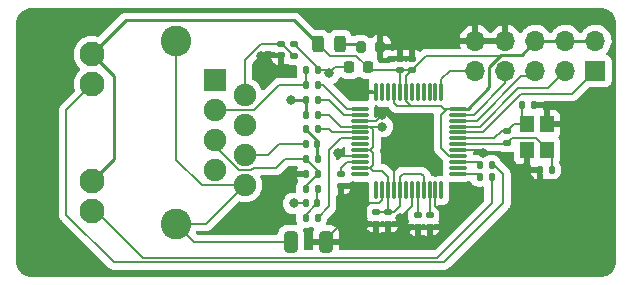
<source format=gbr>
%TF.GenerationSoftware,KiCad,Pcbnew,(6.0.4)*%
%TF.CreationDate,2022-06-15T11:08:02+02:00*%
%TF.ProjectId,W5500_Shield_Ethernet,57353530-305f-4536-9869-656c645f4574,rev?*%
%TF.SameCoordinates,Original*%
%TF.FileFunction,Copper,L1,Top*%
%TF.FilePolarity,Positive*%
%FSLAX46Y46*%
G04 Gerber Fmt 4.6, Leading zero omitted, Abs format (unit mm)*
G04 Created by KiCad (PCBNEW (6.0.4)) date 2022-06-15 11:08:02*
%MOMM*%
%LPD*%
G01*
G04 APERTURE LIST*
G04 Aperture macros list*
%AMRoundRect*
0 Rectangle with rounded corners*
0 $1 Rounding radius*
0 $2 $3 $4 $5 $6 $7 $8 $9 X,Y pos of 4 corners*
0 Add a 4 corners polygon primitive as box body*
4,1,4,$2,$3,$4,$5,$6,$7,$8,$9,$2,$3,0*
0 Add four circle primitives for the rounded corners*
1,1,$1+$1,$2,$3*
1,1,$1+$1,$4,$5*
1,1,$1+$1,$6,$7*
1,1,$1+$1,$8,$9*
0 Add four rect primitives between the rounded corners*
20,1,$1+$1,$2,$3,$4,$5,0*
20,1,$1+$1,$4,$5,$6,$7,0*
20,1,$1+$1,$6,$7,$8,$9,0*
20,1,$1+$1,$8,$9,$2,$3,0*%
G04 Aperture macros list end*
%TA.AperFunction,SMDPad,CuDef*%
%ADD10R,1.200000X1.400000*%
%TD*%
%TA.AperFunction,SMDPad,CuDef*%
%ADD11RoundRect,0.140000X-0.140000X-0.170000X0.140000X-0.170000X0.140000X0.170000X-0.140000X0.170000X0*%
%TD*%
%TA.AperFunction,SMDPad,CuDef*%
%ADD12RoundRect,0.140000X0.170000X-0.140000X0.170000X0.140000X-0.170000X0.140000X-0.170000X-0.140000X0*%
%TD*%
%TA.AperFunction,SMDPad,CuDef*%
%ADD13RoundRect,0.135000X-0.135000X-0.185000X0.135000X-0.185000X0.135000X0.185000X-0.135000X0.185000X0*%
%TD*%
%TA.AperFunction,SMDPad,CuDef*%
%ADD14RoundRect,0.135000X0.185000X-0.135000X0.185000X0.135000X-0.185000X0.135000X-0.185000X-0.135000X0*%
%TD*%
%TA.AperFunction,SMDPad,CuDef*%
%ADD15RoundRect,0.140000X0.140000X0.170000X-0.140000X0.170000X-0.140000X-0.170000X0.140000X-0.170000X0*%
%TD*%
%TA.AperFunction,SMDPad,CuDef*%
%ADD16RoundRect,0.218750X0.218750X0.256250X-0.218750X0.256250X-0.218750X-0.256250X0.218750X-0.256250X0*%
%TD*%
%TA.AperFunction,SMDPad,CuDef*%
%ADD17RoundRect,0.140000X-0.170000X0.140000X-0.170000X-0.140000X0.170000X-0.140000X0.170000X0.140000X0*%
%TD*%
%TA.AperFunction,SMDPad,CuDef*%
%ADD18RoundRect,0.135000X0.135000X0.185000X-0.135000X0.185000X-0.135000X-0.185000X0.135000X-0.185000X0*%
%TD*%
%TA.AperFunction,SMDPad,CuDef*%
%ADD19RoundRect,0.250000X0.325000X0.650000X-0.325000X0.650000X-0.325000X-0.650000X0.325000X-0.650000X0*%
%TD*%
%TA.AperFunction,SMDPad,CuDef*%
%ADD20RoundRect,0.075000X-0.662500X-0.075000X0.662500X-0.075000X0.662500X0.075000X-0.662500X0.075000X0*%
%TD*%
%TA.AperFunction,SMDPad,CuDef*%
%ADD21RoundRect,0.075000X-0.075000X-0.662500X0.075000X-0.662500X0.075000X0.662500X-0.075000X0.662500X0*%
%TD*%
%TA.AperFunction,ComponentPad*%
%ADD22R,1.900000X1.900000*%
%TD*%
%TA.AperFunction,ComponentPad*%
%ADD23C,1.900000*%
%TD*%
%TA.AperFunction,ComponentPad*%
%ADD24C,2.100000*%
%TD*%
%TA.AperFunction,ComponentPad*%
%ADD25C,2.600000*%
%TD*%
%TA.AperFunction,ComponentPad*%
%ADD26R,1.700000X1.700000*%
%TD*%
%TA.AperFunction,ComponentPad*%
%ADD27O,1.700000X1.700000*%
%TD*%
%TA.AperFunction,SMDPad,CuDef*%
%ADD28RoundRect,0.243750X0.243750X0.456250X-0.243750X0.456250X-0.243750X-0.456250X0.243750X-0.456250X0*%
%TD*%
%TA.AperFunction,SMDPad,CuDef*%
%ADD29RoundRect,0.135000X-0.185000X0.135000X-0.185000X-0.135000X0.185000X-0.135000X0.185000X0.135000X0*%
%TD*%
%TA.AperFunction,SMDPad,CuDef*%
%ADD30RoundRect,0.200000X-0.200000X-0.275000X0.200000X-0.275000X0.200000X0.275000X-0.200000X0.275000X0*%
%TD*%
%TA.AperFunction,ViaPad*%
%ADD31C,0.800000*%
%TD*%
%TA.AperFunction,Conductor*%
%ADD32C,0.200000*%
%TD*%
%TA.AperFunction,Conductor*%
%ADD33C,0.250000*%
%TD*%
G04 APERTURE END LIST*
D10*
%TO.P,Y1,1,1*%
%TO.N,Net-(C12-Pad1)*%
X126450000Y-70750000D03*
%TO.P,Y1,2,2*%
%TO.N,GND*%
X126450000Y-68550000D03*
%TO.P,Y1,3,3*%
%TO.N,Net-(C13-Pad1)*%
X124750000Y-68550000D03*
%TO.P,Y1,4,4*%
%TO.N,GND*%
X124750000Y-70750000D03*
%TD*%
D11*
%TO.P,C13,1*%
%TO.N,Net-(C13-Pad1)*%
X124370000Y-66900000D03*
%TO.P,C13,2*%
%TO.N,GND*%
X125330000Y-66900000D03*
%TD*%
D12*
%TO.P,C10,1*%
%TO.N,GND*%
X103900000Y-62720000D03*
%TO.P,C10,2*%
%TO.N,Net-(C10-Pad2)*%
X103900000Y-61760000D03*
%TD*%
D13*
%TO.P,R12,1*%
%TO.N,Net-(R12-Pad1)*%
X120740000Y-73000000D03*
%TO.P,R12,2*%
%TO.N,/K_LED*%
X121760000Y-73000000D03*
%TD*%
D14*
%TO.P,R11,1*%
%TO.N,Net-(C12-Pad1)*%
X123100000Y-70160000D03*
%TO.P,R11,2*%
%TO.N,Net-(C13-Pad1)*%
X123100000Y-69140000D03*
%TD*%
D15*
%TO.P,C8,1*%
%TO.N,Net-(C8-Pad1)*%
X107000000Y-75250000D03*
%TO.P,C8,2*%
%TO.N,Net-(C8-Pad2)*%
X106040000Y-75250000D03*
%TD*%
D16*
%TO.P,L1,1,1*%
%TO.N,+3V3*%
X111287500Y-63750000D03*
%TO.P,L1,2,2*%
%TO.N,+3.3VA*%
X109712500Y-63750000D03*
%TD*%
D17*
%TO.P,C14,1*%
%TO.N,Net-(C14-Pad1)*%
X116500000Y-76270000D03*
%TO.P,C14,2*%
%TO.N,GND*%
X116500000Y-77230000D03*
%TD*%
D18*
%TO.P,R10,1*%
%TO.N,Net-(C8-Pad1)*%
X107030000Y-74000000D03*
%TO.P,R10,2*%
%TO.N,Net-(C9-Pad2)*%
X106010000Y-74000000D03*
%TD*%
D19*
%TO.P,C11,1*%
%TO.N,GND*%
X107725000Y-78500000D03*
%TO.P,C11,2*%
%TO.N,Net-(C11-Pad2)*%
X104775000Y-78500000D03*
%TD*%
D15*
%TO.P,C12,1*%
%TO.N,Net-(C12-Pad1)*%
X126830000Y-72400000D03*
%TO.P,C12,2*%
%TO.N,GND*%
X125870000Y-72400000D03*
%TD*%
%TO.P,C7,1*%
%TO.N,Net-(C7-Pad1)*%
X107000000Y-70250000D03*
%TO.P,C7,2*%
%TO.N,Net-(C7-Pad2)*%
X106040000Y-70250000D03*
%TD*%
D20*
%TO.P,U2,1,TXN*%
%TO.N,Net-(R5-Pad1)*%
X110587500Y-67250000D03*
%TO.P,U2,2,TXP*%
%TO.N,Net-(R6-Pad1)*%
X110587500Y-67750000D03*
%TO.P,U2,3,AGND*%
%TO.N,GND*%
X110587500Y-68250000D03*
%TO.P,U2,4,AVDD*%
%TO.N,+3.3VA*%
X110587500Y-68750000D03*
%TO.P,U2,5,RXN*%
%TO.N,Net-(R7-Pad1)*%
X110587500Y-69250000D03*
%TO.P,U2,6,RXP*%
%TO.N,Net-(R8-Pad1)*%
X110587500Y-69750000D03*
%TO.P,U2,7,DNC*%
%TO.N,unconnected-(U2-Pad7)*%
X110587500Y-70250000D03*
%TO.P,U2,8,AVDD*%
%TO.N,+3.3VA*%
X110587500Y-70750000D03*
%TO.P,U2,9,AGND*%
%TO.N,GND*%
X110587500Y-71250000D03*
%TO.P,U2,10,EXRES1*%
%TO.N,Net-(R14-Pad1)*%
X110587500Y-71750000D03*
%TO.P,U2,11,AVDD*%
%TO.N,+3.3VA*%
X110587500Y-72250000D03*
%TO.P,U2,12,NC*%
%TO.N,unconnected-(U2-Pad12)*%
X110587500Y-72750000D03*
D21*
%TO.P,U2,13,NC*%
%TO.N,unconnected-(U2-Pad13)*%
X112000000Y-74162500D03*
%TO.P,U2,14,AGND*%
%TO.N,GND*%
X112500000Y-74162500D03*
%TO.P,U2,15,AVDD*%
%TO.N,+3.3VA*%
X113000000Y-74162500D03*
%TO.P,U2,16,AGND*%
%TO.N,GND*%
X113500000Y-74162500D03*
%TO.P,U2,17,AVDD*%
%TO.N,+3.3VA*%
X114000000Y-74162500D03*
%TO.P,U2,18,VBG*%
%TO.N,unconnected-(U2-Pad18)*%
X114500000Y-74162500D03*
%TO.P,U2,19,AGND*%
%TO.N,GND*%
X115000000Y-74162500D03*
%TO.P,U2,20,TOCAP*%
%TO.N,Net-(C15-Pad1)*%
X115500000Y-74162500D03*
%TO.P,U2,21,AVDD*%
%TO.N,+3.3VA*%
X116000000Y-74162500D03*
%TO.P,U2,22,1V2O*%
%TO.N,Net-(C14-Pad1)*%
X116500000Y-74162500D03*
%TO.P,U2,23,RSVD*%
%TO.N,GND*%
X117000000Y-74162500D03*
%TO.P,U2,24,SPDLED*%
%TO.N,unconnected-(U2-Pad24)*%
X117500000Y-74162500D03*
D20*
%TO.P,U2,25,LINKLED*%
%TO.N,Net-(R12-Pad1)*%
X118912500Y-72750000D03*
%TO.P,U2,26,DUPLED*%
%TO.N,unconnected-(U2-Pad26)*%
X118912500Y-72250000D03*
%TO.P,U2,27,ACTLED*%
%TO.N,Net-(R13-Pad1)*%
X118912500Y-71750000D03*
%TO.P,U2,28,VDD*%
%TO.N,+3V3*%
X118912500Y-71250000D03*
%TO.P,U2,29,GND*%
%TO.N,GND*%
X118912500Y-70750000D03*
%TO.P,U2,30,XI/CLKIN*%
%TO.N,Net-(C12-Pad1)*%
X118912500Y-70250000D03*
%TO.P,U2,31,XO*%
%TO.N,Net-(C13-Pad1)*%
X118912500Y-69750000D03*
%TO.P,U2,32,~{SCS}*%
%TO.N,SCS_eth*%
X118912500Y-69250000D03*
%TO.P,U2,33,SCLK*%
%TO.N,SCLK_eth*%
X118912500Y-68750000D03*
%TO.P,U2,34,MISO*%
%TO.N,MISO_eth*%
X118912500Y-68250000D03*
%TO.P,U2,35,MOSI*%
%TO.N,MOSI_eth*%
X118912500Y-67750000D03*
%TO.P,U2,36,~{INT}*%
%TO.N,+3V3*%
X118912500Y-67250000D03*
D21*
%TO.P,U2,37,~{RST}*%
%TO.N,RESET_eth*%
X117500000Y-65837500D03*
%TO.P,U2,38,RSVD*%
%TO.N,unconnected-(U2-Pad38)*%
X117000000Y-65837500D03*
%TO.P,U2,39,RSVD*%
%TO.N,unconnected-(U2-Pad39)*%
X116500000Y-65837500D03*
%TO.P,U2,40,RSVD*%
%TO.N,unconnected-(U2-Pad40)*%
X116000000Y-65837500D03*
%TO.P,U2,41,RSVD*%
%TO.N,unconnected-(U2-Pad41)*%
X115500000Y-65837500D03*
%TO.P,U2,42,RSVD*%
%TO.N,unconnected-(U2-Pad42)*%
X115000000Y-65837500D03*
%TO.P,U2,43,PMODE2*%
%TO.N,+3V3*%
X114500000Y-65837500D03*
%TO.P,U2,44,PMODE1*%
X114000000Y-65837500D03*
%TO.P,U2,45,PMODE0*%
X113500000Y-65837500D03*
%TO.P,U2,46,NC*%
%TO.N,unconnected-(U2-Pad46)*%
X113000000Y-65837500D03*
%TO.P,U2,47,NC*%
%TO.N,unconnected-(U2-Pad47)*%
X112500000Y-65837500D03*
%TO.P,U2,48,AGND*%
%TO.N,GND*%
X112000000Y-65837500D03*
%TD*%
D18*
%TO.P,R7,1*%
%TO.N,Net-(R7-Pad1)*%
X107030000Y-69000000D03*
%TO.P,R7,2*%
%TO.N,Net-(C7-Pad1)*%
X106010000Y-69000000D03*
%TD*%
D17*
%TO.P,C15,1*%
%TO.N,Net-(C15-Pad1)*%
X115500000Y-76270000D03*
%TO.P,C15,2*%
%TO.N,GND*%
X115500000Y-77230000D03*
%TD*%
D18*
%TO.P,R6,1*%
%TO.N,Net-(R6-Pad1)*%
X107040000Y-66500000D03*
%TO.P,R6,2*%
%TO.N,Net-(J1-Pad1)*%
X106020000Y-66500000D03*
%TD*%
%TO.P,R8,1*%
%TO.N,Net-(R8-Pad1)*%
X107020000Y-76500000D03*
%TO.P,R8,2*%
%TO.N,Net-(C8-Pad1)*%
X106000000Y-76500000D03*
%TD*%
D22*
%TO.P,J1,1,TD+*%
%TO.N,Net-(J1-Pad1)*%
X98345000Y-64805000D03*
D23*
%TO.P,J1,2,TCT*%
%TO.N,Net-(C10-Pad2)*%
X100885000Y-66075000D03*
%TO.P,J1,3,TD-*%
%TO.N,Net-(J1-Pad3)*%
X98345000Y-67345000D03*
%TO.P,J1,4,RD+*%
%TO.N,Net-(C8-Pad2)*%
X100885000Y-68615000D03*
%TO.P,J1,5,RCT*%
%TO.N,Net-(C9-Pad2)*%
X98345000Y-69885000D03*
%TO.P,J1,6,RD-*%
%TO.N,Net-(C7-Pad2)*%
X100885000Y-71155000D03*
%TO.P,J1,7,NC*%
%TO.N,unconnected-(J1-Pad7)*%
X98345000Y-72425000D03*
%TO.P,J1,8,GND*%
%TO.N,Net-(C11-Pad2)*%
X100885000Y-73695000D03*
D24*
%TO.P,J1,L1,LEDY_A*%
%TO.N,+3V3*%
X87935000Y-62625000D03*
%TO.P,J1,L2,LEDY_K*%
%TO.N,/A_LED*%
X87935000Y-65165000D03*
%TO.P,J1,L3,LEDG_A*%
%TO.N,+3V3*%
X87935000Y-73335000D03*
%TO.P,J1,L4,LEDG_K*%
%TO.N,/K_LED*%
X87935000Y-75875000D03*
D25*
%TO.P,J1,SH,SHIELD*%
%TO.N,Net-(C11-Pad2)*%
X95045000Y-76995000D03*
X95045000Y-61505000D03*
%TD*%
D26*
%TO.P,J2,1,Pin_1*%
%TO.N,SCS_eth*%
X130550000Y-64040000D03*
D27*
%TO.P,J2,2,Pin_2*%
%TO.N,+3V3*%
X130550000Y-61500000D03*
%TO.P,J2,3,Pin_3*%
%TO.N,SCLK_eth*%
X128010000Y-64040000D03*
%TO.P,J2,4,Pin_4*%
%TO.N,+3V3*%
X128010000Y-61500000D03*
%TO.P,J2,5,Pin_5*%
%TO.N,MISO_eth*%
X125470000Y-64040000D03*
%TO.P,J2,6,Pin_6*%
%TO.N,+3V3*%
X125470000Y-61500000D03*
%TO.P,J2,7,Pin_7*%
%TO.N,MOSI_eth*%
X122930000Y-64040000D03*
%TO.P,J2,8,Pin_8*%
%TO.N,GND*%
X122930000Y-61500000D03*
%TO.P,J2,9,Pin_9*%
%TO.N,RESET_eth*%
X120390000Y-64040000D03*
%TO.P,J2,10,Pin_10*%
%TO.N,GND*%
X120390000Y-61500000D03*
%TD*%
D11*
%TO.P,C9,1*%
%TO.N,GND*%
X106060000Y-72750000D03*
%TO.P,C9,2*%
%TO.N,Net-(C9-Pad2)*%
X107020000Y-72750000D03*
%TD*%
D28*
%TO.P,D1,1,K*%
%TO.N,Net-(D1-Pad1)*%
X108937500Y-61750000D03*
%TO.P,D1,2,A*%
%TO.N,+3V3*%
X107062500Y-61750000D03*
%TD*%
D18*
%TO.P,R5,1*%
%TO.N,Net-(R5-Pad1)*%
X107030000Y-65250000D03*
%TO.P,R5,2*%
%TO.N,Net-(J1-Pad3)*%
X106010000Y-65250000D03*
%TD*%
D13*
%TO.P,R4,1*%
%TO.N,Net-(J1-Pad1)*%
X106020000Y-67750000D03*
%TO.P,R4,2*%
%TO.N,+3.3VA*%
X107040000Y-67750000D03*
%TD*%
%TO.P,R13,1*%
%TO.N,Net-(R13-Pad1)*%
X120740000Y-72000000D03*
%TO.P,R13,2*%
%TO.N,/A_LED*%
X121760000Y-72000000D03*
%TD*%
D12*
%TO.P,C4,1*%
%TO.N,+3V3*%
X115000000Y-63980000D03*
%TO.P,C4,2*%
%TO.N,GND*%
X115000000Y-63020000D03*
%TD*%
D18*
%TO.P,R9,1*%
%TO.N,Net-(C7-Pad1)*%
X107030000Y-71500000D03*
%TO.P,R9,2*%
%TO.N,Net-(C9-Pad2)*%
X106010000Y-71500000D03*
%TD*%
D29*
%TO.P,R14,1*%
%TO.N,Net-(R14-Pad1)*%
X109000000Y-72740000D03*
%TO.P,R14,2*%
%TO.N,GND*%
X109000000Y-73760000D03*
%TD*%
D13*
%TO.P,R3,1*%
%TO.N,Net-(J1-Pad3)*%
X106020000Y-64000000D03*
%TO.P,R3,2*%
%TO.N,+3.3VA*%
X107040000Y-64000000D03*
%TD*%
D17*
%TO.P,C5,1*%
%TO.N,+3.3VA*%
X113000000Y-76020000D03*
%TO.P,C5,2*%
%TO.N,GND*%
X113000000Y-76980000D03*
%TD*%
D12*
%TO.P,C3,1*%
%TO.N,+3V3*%
X114000000Y-63980000D03*
%TO.P,C3,2*%
%TO.N,GND*%
X114000000Y-63020000D03*
%TD*%
D30*
%TO.P,R1,1*%
%TO.N,Net-(D1-Pad1)*%
X110675000Y-62000000D03*
%TO.P,R1,2*%
%TO.N,GND*%
X112325000Y-62000000D03*
%TD*%
D17*
%TO.P,C6,1*%
%TO.N,+3.3VA*%
X112000000Y-76020000D03*
%TO.P,C6,2*%
%TO.N,GND*%
X112000000Y-76980000D03*
%TD*%
D14*
%TO.P,R2,1*%
%TO.N,Net-(C10-Pad2)*%
X105000000Y-62760000D03*
%TO.P,R2,2*%
%TO.N,+3.3VA*%
X105000000Y-61740000D03*
%TD*%
D31*
%TO.N,GND*%
X121000000Y-71000000D03*
X112500000Y-67750000D03*
X112500000Y-60750000D03*
X109250000Y-77250000D03*
X105000000Y-72750000D03*
X114000000Y-62000000D03*
X110750000Y-65500000D03*
X109250000Y-78500000D03*
X114000000Y-71750000D03*
X110000000Y-73750000D03*
X126500000Y-67000000D03*
X111000000Y-77000000D03*
X102250000Y-62750000D03*
X117750000Y-77250000D03*
X124500000Y-72250000D03*
X110750000Y-75250000D03*
X114500000Y-77500000D03*
X115000000Y-62000000D03*
X114000000Y-76500000D03*
X108750000Y-71000000D03*
%TO.N,+3.3VA*%
X112500000Y-68750000D03*
X108020000Y-64250000D03*
%TO.N,Net-(C8-Pad2)*%
X105000000Y-75250000D03*
%TO.N,Net-(J1-Pad1)*%
X104750000Y-66500000D03*
%TD*%
D32*
%TO.N,GND*%
X114500000Y-77500000D02*
X114770000Y-77230000D01*
X124650000Y-72400000D02*
X124500000Y-72250000D01*
D33*
X103870000Y-62750000D02*
X103900000Y-62720000D01*
D32*
X124750000Y-72000000D02*
X124500000Y-72250000D01*
X112000000Y-76980000D02*
X111020000Y-76980000D01*
X109990000Y-73760000D02*
X110000000Y-73750000D01*
X109000000Y-73760000D02*
X109990000Y-73760000D01*
X124750000Y-70750000D02*
X124750000Y-72000000D01*
X114770000Y-77230000D02*
X115500000Y-77230000D01*
X110587500Y-71250000D02*
X109000000Y-71250000D01*
X108750000Y-77250000D02*
X109250000Y-77250000D01*
X117730000Y-77230000D02*
X117750000Y-77250000D01*
X112179651Y-75250000D02*
X110750000Y-75250000D01*
X111020000Y-76980000D02*
X111000000Y-77000000D01*
X116500000Y-77230000D02*
X117730000Y-77230000D01*
X115000000Y-74162500D02*
X115000000Y-75500000D01*
X110587500Y-68250000D02*
X112000000Y-68250000D01*
X107725000Y-78275000D02*
X108750000Y-77250000D01*
X113500000Y-72250000D02*
X114000000Y-71750000D01*
X115000000Y-75500000D02*
X114000000Y-76500000D01*
X117750000Y-76250000D02*
X117000000Y-75500000D01*
X126450000Y-68550000D02*
X126450000Y-67050000D01*
X126400000Y-66900000D02*
X126500000Y-67000000D01*
X112000000Y-65837500D02*
X111087500Y-65837500D01*
X118912500Y-70750000D02*
X120750000Y-70750000D01*
X117000000Y-75500000D02*
X117000000Y-74162500D01*
X107725000Y-78500000D02*
X107725000Y-78275000D01*
X120750000Y-70750000D02*
X121000000Y-71000000D01*
X113500000Y-74162500D02*
X113500000Y-72250000D01*
X107725000Y-78500000D02*
X109250000Y-78500000D01*
D33*
X112325000Y-60925000D02*
X112500000Y-60750000D01*
D32*
X125870000Y-72400000D02*
X124650000Y-72400000D01*
X125330000Y-66900000D02*
X126400000Y-66900000D01*
X113520000Y-76980000D02*
X114000000Y-76500000D01*
X113000000Y-76980000D02*
X113520000Y-76980000D01*
D33*
X102250000Y-62750000D02*
X103870000Y-62750000D01*
D32*
X111087500Y-65837500D02*
X110750000Y-65500000D01*
X112500000Y-74162500D02*
X112500000Y-74929651D01*
X115000000Y-63020000D02*
X115000000Y-62000000D01*
X117750000Y-77250000D02*
X117750000Y-76250000D01*
X114000000Y-63020000D02*
X114000000Y-62000000D01*
D33*
X112325000Y-62000000D02*
X112325000Y-60925000D01*
D32*
X112500000Y-74929651D02*
X112179651Y-75250000D01*
X109000000Y-71250000D02*
X108750000Y-71000000D01*
X126450000Y-67050000D02*
X126500000Y-67000000D01*
X112000000Y-68250000D02*
X112500000Y-67750000D01*
X106060000Y-72750000D02*
X105000000Y-72750000D01*
%TO.N,+3V3*%
X111517500Y-63980000D02*
X111287500Y-63750000D01*
X116400000Y-62800000D02*
X122450000Y-62800000D01*
D33*
X87935000Y-73335000D02*
X89750000Y-71520000D01*
D32*
X122450000Y-62800000D02*
X122575489Y-62674511D01*
D33*
X124295489Y-62674511D02*
X122575489Y-62674511D01*
D32*
X117500000Y-70604651D02*
X117500000Y-67750000D01*
D33*
X119750000Y-67250000D02*
X118912500Y-67250000D01*
D32*
X118000000Y-67250000D02*
X117750000Y-67250000D01*
D33*
X125470000Y-61500000D02*
X124295489Y-62674511D01*
X130550000Y-61500000D02*
X125470000Y-61500000D01*
D32*
X114500000Y-65837500D02*
X114500000Y-64480000D01*
X117500000Y-67750000D02*
X118000000Y-67250000D01*
X116180000Y-62800000D02*
X115000000Y-63980000D01*
X113500000Y-65837500D02*
X113500000Y-66750000D01*
X110287500Y-62750000D02*
X108062500Y-62750000D01*
X114000000Y-63980000D02*
X115000000Y-63980000D01*
X114500000Y-64480000D02*
X115000000Y-63980000D01*
X118145349Y-71250000D02*
X117500000Y-70604651D01*
X114500000Y-66604651D02*
X114500000Y-65837500D01*
X108062500Y-62750000D02*
X107062500Y-61750000D01*
D33*
X105062500Y-59750000D02*
X107062500Y-61750000D01*
X122575489Y-62674511D02*
X121564511Y-63685489D01*
X121564511Y-63685489D02*
X121564511Y-65435489D01*
D32*
X118000000Y-67250000D02*
X118912500Y-67250000D01*
X116400000Y-62800000D02*
X116180000Y-62800000D01*
D33*
X90810000Y-59750000D02*
X105062500Y-59750000D01*
D32*
X118912500Y-71250000D02*
X118145349Y-71250000D01*
X113500000Y-66750000D02*
X113750000Y-67000000D01*
X113750000Y-67000000D02*
X114895349Y-67000000D01*
D33*
X89750000Y-64440000D02*
X87935000Y-62625000D01*
D32*
X117500000Y-67000000D02*
X114895349Y-67000000D01*
D33*
X121564511Y-65435489D02*
X119750000Y-67250000D01*
X87935000Y-62625000D02*
X90810000Y-59750000D01*
X89750000Y-71520000D02*
X89750000Y-64440000D01*
D32*
X111287500Y-63750000D02*
X110287500Y-62750000D01*
X114895349Y-67000000D02*
X114500000Y-66604651D01*
X114000000Y-63980000D02*
X111517500Y-63980000D01*
X114000000Y-65837500D02*
X114000000Y-63980000D01*
X117750000Y-67250000D02*
X117500000Y-67000000D01*
%TO.N,+3.3VA*%
X108520000Y-63750000D02*
X108020000Y-64250000D01*
X111750000Y-72000000D02*
X111500000Y-72250000D01*
X111500000Y-72250000D02*
X110587500Y-72250000D01*
X116000000Y-72947674D02*
X115802326Y-72750000D01*
X113480000Y-76020000D02*
X114000000Y-75500000D01*
X109020000Y-68750000D02*
X110587500Y-68750000D01*
X107770000Y-64000000D02*
X108020000Y-64250000D01*
X114000000Y-75500000D02*
X114000000Y-74162500D01*
X111750000Y-71000000D02*
X111750000Y-72000000D01*
X112500000Y-72500000D02*
X113000000Y-73000000D01*
X109020000Y-68750000D02*
X108020000Y-67750000D01*
X113000000Y-73000000D02*
X113000000Y-74162500D01*
X115802326Y-72750000D02*
X114250000Y-72750000D01*
X112500000Y-68750000D02*
X110587500Y-68750000D01*
X110587500Y-70750000D02*
X111500000Y-70750000D01*
X113000000Y-76020000D02*
X113000000Y-74162500D01*
X109712500Y-63750000D02*
X108520000Y-63750000D01*
X108020000Y-67750000D02*
X107040000Y-67750000D01*
X111750000Y-72500000D02*
X112500000Y-72500000D01*
X107040000Y-64000000D02*
X107770000Y-64000000D01*
X111750000Y-69000000D02*
X111500000Y-68750000D01*
X111750000Y-70500000D02*
X111750000Y-69000000D01*
X107040000Y-63780000D02*
X107040000Y-64000000D01*
X114000000Y-73000000D02*
X114000000Y-74162500D01*
X105000000Y-61740000D02*
X107040000Y-63780000D01*
X114250000Y-72750000D02*
X114000000Y-73000000D01*
X111500000Y-70750000D02*
X111750000Y-71000000D01*
X112000000Y-76020000D02*
X113000000Y-76020000D01*
X111500000Y-70750000D02*
X111750000Y-70500000D01*
X116000000Y-74162500D02*
X116000000Y-72947674D01*
X113000000Y-76020000D02*
X113480000Y-76020000D01*
X111500000Y-72250000D02*
X111750000Y-72500000D01*
%TO.N,Net-(C7-Pad2)*%
X103750000Y-70250000D02*
X102845000Y-71155000D01*
X102845000Y-71155000D02*
X100885000Y-71155000D01*
X103750000Y-70250000D02*
X106040000Y-70250000D01*
%TO.N,Net-(C8-Pad2)*%
X106040000Y-75250000D02*
X105000000Y-75250000D01*
%TO.N,Net-(C9-Pad2)*%
X107020000Y-72510000D02*
X106010000Y-71500000D01*
X101402565Y-72445489D02*
X100408413Y-72445489D01*
X104250000Y-71500000D02*
X103500000Y-72250000D01*
X106010000Y-73760000D02*
X107020000Y-72750000D01*
X98345000Y-70382076D02*
X98345000Y-69885000D01*
X106010000Y-74000000D02*
X106010000Y-73760000D01*
X100408413Y-72445489D02*
X98345000Y-70382076D01*
X101598054Y-72250000D02*
X101402565Y-72445489D01*
X106010000Y-71500000D02*
X104250000Y-71500000D01*
X107020000Y-72750000D02*
X107020000Y-72510000D01*
X103500000Y-72250000D02*
X101598054Y-72250000D01*
%TO.N,Net-(C12-Pad1)*%
X123509511Y-69750489D02*
X123100000Y-70160000D01*
X125550489Y-69750489D02*
X123509511Y-69750489D01*
X126450000Y-70650000D02*
X125550489Y-69750489D01*
X123100000Y-70160000D02*
X123010000Y-70250000D01*
X126830000Y-71130000D02*
X126450000Y-70750000D01*
X123010000Y-70250000D02*
X118912500Y-70250000D01*
X126830000Y-72400000D02*
X126830000Y-71130000D01*
X126450000Y-70750000D02*
X126450000Y-70650000D01*
%TO.N,Net-(C13-Pad1)*%
X124370000Y-68170000D02*
X124750000Y-68550000D01*
X123100000Y-69140000D02*
X122610000Y-69140000D01*
X124750000Y-68550000D02*
X123690000Y-68550000D01*
X122610000Y-69140000D02*
X122000000Y-69750000D01*
X124370000Y-66900000D02*
X124370000Y-68170000D01*
X122000000Y-69750000D02*
X118912500Y-69750000D01*
X123690000Y-68550000D02*
X123100000Y-69140000D01*
%TO.N,Net-(C15-Pad1)*%
X115500000Y-74162500D02*
X115500000Y-76270000D01*
D33*
%TO.N,Net-(D1-Pad1)*%
X110425000Y-61750000D02*
X110675000Y-62000000D01*
X108937500Y-61750000D02*
X110425000Y-61750000D01*
D32*
%TO.N,/A_LED*%
X117750000Y-80250000D02*
X89750000Y-80250000D01*
X122000000Y-72000000D02*
X122750000Y-72750000D01*
X121760000Y-72000000D02*
X122000000Y-72000000D01*
X89750000Y-80250000D02*
X85750000Y-76250000D01*
X85750000Y-67350000D02*
X87935000Y-65165000D01*
X85750000Y-76250000D02*
X85750000Y-67350000D01*
X122750000Y-75250000D02*
X117750000Y-80250000D01*
X122750000Y-72750000D02*
X122750000Y-75250000D01*
%TO.N,/K_LED*%
X117149520Y-79850480D02*
X92268085Y-79850480D01*
X121760000Y-73000000D02*
X121760000Y-75240000D01*
X92268085Y-79850480D02*
X88292605Y-75875000D01*
X88292605Y-75875000D02*
X87935000Y-75875000D01*
X121760000Y-75240000D02*
X117149520Y-79850480D01*
%TO.N,Net-(R5-Pad1)*%
X109520000Y-67250000D02*
X110587500Y-67250000D01*
X107520000Y-65250000D02*
X109520000Y-67250000D01*
X107030000Y-65250000D02*
X107520000Y-65250000D01*
%TO.N,Net-(R6-Pad1)*%
X108020000Y-66500000D02*
X109270000Y-67750000D01*
X107040000Y-66500000D02*
X108020000Y-66500000D01*
X109270000Y-67750000D02*
X110587500Y-67750000D01*
%TO.N,Net-(R7-Pad1)*%
X110587500Y-69250000D02*
X108250000Y-69250000D01*
X107030000Y-69000000D02*
X108000000Y-69000000D01*
X108250000Y-69250000D02*
X108000000Y-69000000D01*
%TO.N,Net-(R8-Pad1)*%
X108000000Y-75520000D02*
X107020000Y-76500000D01*
X109000000Y-69750000D02*
X108000000Y-70750000D01*
X108000000Y-70750000D02*
X108000000Y-75520000D01*
X110587500Y-69750000D02*
X109000000Y-69750000D01*
%TO.N,Net-(R12-Pad1)*%
X120490000Y-72750000D02*
X120740000Y-73000000D01*
X118912500Y-72750000D02*
X120490000Y-72750000D01*
%TO.N,Net-(R13-Pad1)*%
X118912500Y-71750000D02*
X120490000Y-71750000D01*
X120490000Y-71750000D02*
X120740000Y-72000000D01*
%TO.N,Net-(R14-Pad1)*%
X109500000Y-71750000D02*
X109000000Y-72250000D01*
X110587500Y-71750000D02*
X109500000Y-71750000D01*
X109000000Y-72250000D02*
X109000000Y-72740000D01*
%TO.N,SCS_eth*%
X118912500Y-69250000D02*
X121000000Y-69250000D01*
X121000000Y-69250000D02*
X124250000Y-66000000D01*
X128590000Y-66000000D02*
X130550000Y-64040000D01*
X124250000Y-66000000D02*
X128590000Y-66000000D01*
%TO.N,SCLK_eth*%
X120750000Y-68750000D02*
X124000000Y-65500000D01*
X118912500Y-68750000D02*
X120750000Y-68750000D01*
X124000000Y-65500000D02*
X126550000Y-65500000D01*
X126550000Y-65500000D02*
X128010000Y-64040000D01*
%TO.N,MISO_eth*%
X120500000Y-68250000D02*
X124250000Y-64500000D01*
X118912500Y-68250000D02*
X120500000Y-68250000D01*
X125010000Y-64500000D02*
X125470000Y-64040000D01*
X124250000Y-64500000D02*
X125010000Y-64500000D01*
%TO.N,MOSI_eth*%
X122930000Y-65070000D02*
X122930000Y-64040000D01*
X120250000Y-67750000D02*
X122930000Y-65070000D01*
X118912500Y-67750000D02*
X120250000Y-67750000D01*
%TO.N,RESET_eth*%
X118210000Y-64040000D02*
X120390000Y-64040000D01*
X117500000Y-65837500D02*
X117500000Y-64750000D01*
X117500000Y-64750000D02*
X118210000Y-64040000D01*
D33*
%TO.N,Net-(C7-Pad1)*%
X107000000Y-70250000D02*
X107000000Y-71470000D01*
X107000000Y-69990000D02*
X107000000Y-70250000D01*
X107000000Y-71470000D02*
X107030000Y-71500000D01*
X106010000Y-69000000D02*
X107000000Y-69990000D01*
D32*
%TO.N,Net-(C8-Pad1)*%
X106000000Y-76500000D02*
X106000000Y-76250000D01*
X107000000Y-74030000D02*
X107030000Y-74000000D01*
X106000000Y-76250000D02*
X107000000Y-75250000D01*
X107000000Y-75250000D02*
X107000000Y-74030000D01*
%TO.N,Net-(C10-Pad2)*%
X102250741Y-61760000D02*
X103900000Y-61760000D01*
X100885000Y-66075000D02*
X100885000Y-63125741D01*
X103900000Y-61760000D02*
X104000000Y-61760000D01*
X104000000Y-61760000D02*
X105000000Y-62760000D01*
X100885000Y-63125741D02*
X102250741Y-61760000D01*
%TO.N,Net-(C11-Pad2)*%
X97195000Y-73695000D02*
X95045000Y-71545000D01*
X96550000Y-78500000D02*
X95045000Y-76995000D01*
X104775000Y-78500000D02*
X96550000Y-78500000D01*
X100885000Y-73695000D02*
X97195000Y-73695000D01*
X95045000Y-71545000D02*
X95045000Y-61505000D01*
X97585000Y-76995000D02*
X100885000Y-73695000D01*
X95045000Y-76995000D02*
X97585000Y-76995000D01*
%TO.N,Net-(C14-Pad1)*%
X116500000Y-74162500D02*
X116500000Y-76270000D01*
D33*
%TO.N,Net-(J1-Pad1)*%
X106020000Y-67750000D02*
X106020000Y-66500000D01*
X104750000Y-66500000D02*
X106020000Y-66500000D01*
D32*
%TO.N,Net-(J1-Pad3)*%
X106010000Y-64010000D02*
X106020000Y-64000000D01*
X101655000Y-67345000D02*
X98345000Y-67345000D01*
X106010000Y-65250000D02*
X106010000Y-64010000D01*
X103750000Y-65250000D02*
X101655000Y-67345000D01*
X103750000Y-65250000D02*
X106010000Y-65250000D01*
%TD*%
%TA.AperFunction,Conductor*%
%TO.N,GND*%
G36*
X130970018Y-58710000D02*
G01*
X130984851Y-58712310D01*
X130984855Y-58712310D01*
X130993724Y-58713691D01*
X131007789Y-58711852D01*
X131034003Y-58711176D01*
X131192152Y-58723623D01*
X131211677Y-58726716D01*
X131389459Y-58769398D01*
X131408254Y-58775505D01*
X131492712Y-58810488D01*
X131577166Y-58845470D01*
X131594783Y-58854446D01*
X131750670Y-58949974D01*
X131766665Y-58961596D01*
X131905687Y-59080332D01*
X131919668Y-59094313D01*
X132038404Y-59233335D01*
X132050026Y-59249330D01*
X132145554Y-59405217D01*
X132154530Y-59422834D01*
X132224494Y-59591742D01*
X132230604Y-59610546D01*
X132273284Y-59788322D01*
X132276377Y-59807850D01*
X132288272Y-59958987D01*
X132287630Y-59975875D01*
X132287800Y-59975877D01*
X132287690Y-59984853D01*
X132286309Y-59993724D01*
X132287473Y-60002626D01*
X132287473Y-60002628D01*
X132290436Y-60025283D01*
X132291500Y-60041621D01*
X132291500Y-80150633D01*
X132290000Y-80170018D01*
X132287690Y-80184851D01*
X132287690Y-80184855D01*
X132286309Y-80193724D01*
X132288148Y-80207789D01*
X132288824Y-80234003D01*
X132276377Y-80392150D01*
X132276377Y-80392151D01*
X132273284Y-80411678D01*
X132230604Y-80589454D01*
X132224494Y-80608258D01*
X132154530Y-80777166D01*
X132145554Y-80794783D01*
X132050026Y-80950670D01*
X132038404Y-80966665D01*
X131919668Y-81105687D01*
X131905687Y-81119668D01*
X131766665Y-81238404D01*
X131750670Y-81250026D01*
X131594783Y-81345554D01*
X131577166Y-81354530D01*
X131492712Y-81389512D01*
X131408254Y-81424495D01*
X131389459Y-81430602D01*
X131211678Y-81473284D01*
X131192150Y-81476377D01*
X131041013Y-81488272D01*
X131024125Y-81487630D01*
X131024123Y-81487800D01*
X131015147Y-81487690D01*
X131006276Y-81486309D01*
X130997374Y-81487473D01*
X130997372Y-81487473D01*
X130982323Y-81489441D01*
X130974714Y-81490436D01*
X130958379Y-81491500D01*
X82849367Y-81491500D01*
X82829982Y-81490000D01*
X82815149Y-81487690D01*
X82815145Y-81487690D01*
X82806276Y-81486309D01*
X82792211Y-81488148D01*
X82765997Y-81488824D01*
X82607848Y-81476377D01*
X82588322Y-81473284D01*
X82410541Y-81430602D01*
X82391746Y-81424495D01*
X82307288Y-81389512D01*
X82222834Y-81354530D01*
X82205217Y-81345554D01*
X82049330Y-81250026D01*
X82033335Y-81238404D01*
X81894313Y-81119668D01*
X81880332Y-81105687D01*
X81761596Y-80966665D01*
X81749974Y-80950670D01*
X81654446Y-80794783D01*
X81645470Y-80777166D01*
X81575506Y-80608258D01*
X81569396Y-80589454D01*
X81526716Y-80411678D01*
X81523623Y-80392150D01*
X81512009Y-80244583D01*
X81512994Y-80222258D01*
X81512334Y-80222199D01*
X81512769Y-80217351D01*
X81513576Y-80212552D01*
X81513729Y-80200000D01*
X81509773Y-80172376D01*
X81508500Y-80154514D01*
X81508500Y-76250000D01*
X85136250Y-76250000D01*
X85141500Y-76289880D01*
X85141500Y-76289885D01*
X85154220Y-76386500D01*
X85157162Y-76408851D01*
X85160322Y-76416481D01*
X85160323Y-76416483D01*
X85165351Y-76428621D01*
X85218476Y-76556876D01*
X85223503Y-76563427D01*
X85223504Y-76563429D01*
X85291520Y-76652069D01*
X85291526Y-76652075D01*
X85316013Y-76683987D01*
X85322568Y-76689017D01*
X85341379Y-76703452D01*
X85353770Y-76714319D01*
X89285685Y-80646234D01*
X89296552Y-80658625D01*
X89316013Y-80683987D01*
X89322563Y-80689013D01*
X89347925Y-80708474D01*
X89347928Y-80708477D01*
X89406564Y-80753470D01*
X89443124Y-80781524D01*
X89504438Y-80806921D01*
X89583520Y-80839678D01*
X89583523Y-80839679D01*
X89591150Y-80842838D01*
X89710115Y-80858500D01*
X89710120Y-80858500D01*
X89710129Y-80858501D01*
X89741812Y-80862672D01*
X89750000Y-80863750D01*
X89781693Y-80859578D01*
X89798136Y-80858500D01*
X117701864Y-80858500D01*
X117718307Y-80859578D01*
X117750000Y-80863750D01*
X117758189Y-80862672D01*
X117789874Y-80858501D01*
X117789884Y-80858500D01*
X117789885Y-80858500D01*
X117789901Y-80858498D01*
X117889457Y-80845391D01*
X117900664Y-80843916D01*
X117900666Y-80843915D01*
X117908851Y-80842838D01*
X118056876Y-80781524D01*
X118093437Y-80753470D01*
X118152072Y-80708477D01*
X118152075Y-80708474D01*
X118177434Y-80689015D01*
X118183987Y-80683987D01*
X118189017Y-80677432D01*
X118203452Y-80658621D01*
X118214319Y-80646230D01*
X123146234Y-75714315D01*
X123158625Y-75703448D01*
X123177437Y-75689013D01*
X123183987Y-75683987D01*
X123208474Y-75652075D01*
X123208478Y-75652071D01*
X123281524Y-75556876D01*
X123342838Y-75408851D01*
X123349583Y-75357618D01*
X123358500Y-75289885D01*
X123358500Y-75289880D01*
X123363750Y-75250000D01*
X123359578Y-75218307D01*
X123358500Y-75201864D01*
X123358500Y-72798136D01*
X123359578Y-72781690D01*
X123362672Y-72758188D01*
X123363750Y-72750000D01*
X123358500Y-72710122D01*
X123358500Y-72710115D01*
X123353497Y-72672115D01*
X123353057Y-72668775D01*
X125084937Y-72668775D01*
X125086688Y-72678359D01*
X125128357Y-72821784D01*
X125134604Y-72836220D01*
X125209876Y-72963499D01*
X125219516Y-72975926D01*
X125324074Y-73080484D01*
X125336501Y-73090124D01*
X125463780Y-73165396D01*
X125478216Y-73171643D01*
X125598605Y-73206619D01*
X125612705Y-73206579D01*
X125616000Y-73199309D01*
X125616000Y-72672115D01*
X125611525Y-72656876D01*
X125610135Y-72655671D01*
X125602452Y-72654000D01*
X125101576Y-72654000D01*
X125086781Y-72658344D01*
X125084937Y-72668775D01*
X123353057Y-72668775D01*
X123343916Y-72599336D01*
X123343915Y-72599334D01*
X123342838Y-72591150D01*
X123303629Y-72496492D01*
X123281524Y-72443124D01*
X123208477Y-72347928D01*
X123208474Y-72347925D01*
X123183987Y-72316013D01*
X123177432Y-72310983D01*
X123158621Y-72296548D01*
X123146230Y-72285681D01*
X122542759Y-71682210D01*
X122510857Y-71628268D01*
X122492481Y-71565017D01*
X122492480Y-71565015D01*
X122490269Y-71557404D01*
X122459349Y-71505120D01*
X122411540Y-71424280D01*
X122407506Y-71417459D01*
X122292541Y-71302494D01*
X122273988Y-71291522D01*
X122159419Y-71223766D01*
X122159418Y-71223766D01*
X122152596Y-71219731D01*
X122144985Y-71217520D01*
X122144983Y-71217519D01*
X122002644Y-71176166D01*
X122002645Y-71176166D01*
X121996466Y-71174371D01*
X121990059Y-71173867D01*
X121990055Y-71173866D01*
X121962444Y-71171693D01*
X121962438Y-71171693D01*
X121959989Y-71171500D01*
X121760122Y-71171500D01*
X121560012Y-71171501D01*
X121523534Y-71174371D01*
X121472324Y-71189249D01*
X121375017Y-71217519D01*
X121375015Y-71217520D01*
X121367404Y-71219731D01*
X121360579Y-71223767D01*
X121360575Y-71223769D01*
X121314139Y-71251231D01*
X121245323Y-71268691D01*
X121185861Y-71251231D01*
X121139425Y-71223769D01*
X121139421Y-71223767D01*
X121132596Y-71219731D01*
X121124985Y-71217520D01*
X121124983Y-71217519D01*
X120982644Y-71176166D01*
X120982645Y-71176166D01*
X120976466Y-71174371D01*
X120970059Y-71173867D01*
X120970055Y-71173866D01*
X120942444Y-71171693D01*
X120942438Y-71171693D01*
X120939989Y-71171500D01*
X120916987Y-71171500D01*
X120708533Y-71171501D01*
X120660311Y-71161909D01*
X120656476Y-71160320D01*
X120656473Y-71160319D01*
X120648851Y-71157162D01*
X120640670Y-71156085D01*
X120640666Y-71156084D01*
X120629458Y-71154609D01*
X120598262Y-71150502D01*
X120529885Y-71141500D01*
X120529882Y-71141500D01*
X120529874Y-71141499D01*
X120498189Y-71137328D01*
X120490000Y-71136250D01*
X120458307Y-71140422D01*
X120441864Y-71141500D01*
X120269623Y-71141500D01*
X120201502Y-71121498D01*
X120155009Y-71067842D01*
X120144701Y-71031946D01*
X120143481Y-71022676D01*
X120143480Y-71022675D01*
X120143480Y-71022671D01*
X120144766Y-71022502D01*
X120144765Y-70977434D01*
X120142993Y-70977201D01*
X120144196Y-70968060D01*
X120144765Y-70966774D01*
X120144765Y-70966419D01*
X120146208Y-70961033D01*
X120147188Y-70961296D01*
X120172916Y-70903131D01*
X120232179Y-70864037D01*
X120269119Y-70858500D01*
X122569215Y-70858500D01*
X122633354Y-70876046D01*
X122657404Y-70890269D01*
X122665015Y-70892480D01*
X122665017Y-70892481D01*
X122715550Y-70907162D01*
X122813534Y-70935629D01*
X122819941Y-70936133D01*
X122819945Y-70936134D01*
X122847556Y-70938307D01*
X122847562Y-70938307D01*
X122850011Y-70938500D01*
X123099848Y-70938500D01*
X123349988Y-70938499D01*
X123386466Y-70935629D01*
X123480850Y-70908208D01*
X123551844Y-70908411D01*
X123611460Y-70946964D01*
X123640769Y-71011629D01*
X123642001Y-71029205D01*
X123642001Y-71494669D01*
X123642371Y-71501490D01*
X123647895Y-71552352D01*
X123651521Y-71567604D01*
X123696676Y-71688054D01*
X123705214Y-71703649D01*
X123781715Y-71805724D01*
X123794276Y-71818285D01*
X123896351Y-71894786D01*
X123911946Y-71903324D01*
X124032394Y-71948478D01*
X124047649Y-71952105D01*
X124098514Y-71957631D01*
X124105328Y-71958000D01*
X124477885Y-71958000D01*
X124493124Y-71953525D01*
X124494329Y-71952135D01*
X124496000Y-71944452D01*
X124496000Y-70622000D01*
X124516002Y-70553879D01*
X124569658Y-70507386D01*
X124622000Y-70496000D01*
X124878000Y-70496000D01*
X124946121Y-70516002D01*
X124992614Y-70569658D01*
X125004000Y-70622000D01*
X125004000Y-71939884D01*
X125008475Y-71955123D01*
X125024664Y-71969151D01*
X125057744Y-71987214D01*
X125091769Y-72049526D01*
X125089645Y-72111463D01*
X125086687Y-72121644D01*
X125085232Y-72129609D01*
X125088052Y-72143031D01*
X125099513Y-72146000D01*
X125915500Y-72146000D01*
X125983621Y-72166002D01*
X126030114Y-72219658D01*
X126041500Y-72272000D01*
X126041500Y-72635484D01*
X126041693Y-72637932D01*
X126041693Y-72637940D01*
X126043184Y-72656876D01*
X126044394Y-72672254D01*
X126090106Y-72829597D01*
X126094141Y-72836419D01*
X126094141Y-72836420D01*
X126106454Y-72857240D01*
X126124000Y-72921379D01*
X126124000Y-73193558D01*
X126127973Y-73207089D01*
X126135871Y-73208224D01*
X126261784Y-73171643D01*
X126276222Y-73165395D01*
X126285372Y-73159984D01*
X126354188Y-73142526D01*
X126413647Y-73159985D01*
X126421531Y-73164647D01*
X126430403Y-73169894D01*
X126438014Y-73172105D01*
X126438016Y-73172106D01*
X126486619Y-73186226D01*
X126587746Y-73215606D01*
X126594151Y-73216110D01*
X126594156Y-73216111D01*
X126622060Y-73218307D01*
X126622068Y-73218307D01*
X126624516Y-73218500D01*
X127035484Y-73218500D01*
X127037932Y-73218307D01*
X127037940Y-73218307D01*
X127065844Y-73216111D01*
X127065849Y-73216110D01*
X127072254Y-73215606D01*
X127173381Y-73186226D01*
X127221984Y-73172106D01*
X127221986Y-73172105D01*
X127229597Y-73169894D01*
X127237205Y-73165395D01*
X127363808Y-73090522D01*
X127370629Y-73086488D01*
X127486488Y-72970629D01*
X127496584Y-72953558D01*
X127565859Y-72836420D01*
X127565859Y-72836419D01*
X127569894Y-72829597D01*
X127615606Y-72672254D01*
X127616817Y-72656876D01*
X127618307Y-72637940D01*
X127618307Y-72637932D01*
X127618500Y-72635484D01*
X127618500Y-72164516D01*
X127618170Y-72160322D01*
X127616111Y-72134156D01*
X127616110Y-72134151D01*
X127615606Y-72127746D01*
X127569894Y-71970403D01*
X127565122Y-71962333D01*
X127491681Y-71838152D01*
X127474222Y-71769336D01*
X127493998Y-71713445D01*
X127490921Y-71711760D01*
X127495229Y-71703892D01*
X127500615Y-71696705D01*
X127551745Y-71560316D01*
X127558500Y-71498134D01*
X127558500Y-70001866D01*
X127551745Y-69939684D01*
X127500615Y-69803295D01*
X127442047Y-69725148D01*
X127417199Y-69658642D01*
X127432252Y-69589259D01*
X127442047Y-69574018D01*
X127494786Y-69503648D01*
X127503324Y-69488054D01*
X127548478Y-69367606D01*
X127552105Y-69352351D01*
X127557631Y-69301486D01*
X127558000Y-69294672D01*
X127558000Y-68822115D01*
X127553525Y-68806876D01*
X127552135Y-68805671D01*
X127544452Y-68804000D01*
X126322000Y-68804000D01*
X126253879Y-68783998D01*
X126207386Y-68730342D01*
X126196000Y-68678000D01*
X126196000Y-68277885D01*
X126704000Y-68277885D01*
X126708475Y-68293124D01*
X126709865Y-68294329D01*
X126717548Y-68296000D01*
X127539884Y-68296000D01*
X127555123Y-68291525D01*
X127556328Y-68290135D01*
X127557999Y-68282452D01*
X127557999Y-67805331D01*
X127557629Y-67798510D01*
X127552105Y-67747648D01*
X127548479Y-67732396D01*
X127503324Y-67611946D01*
X127494786Y-67596351D01*
X127418285Y-67494276D01*
X127405724Y-67481715D01*
X127303649Y-67405214D01*
X127288054Y-67396676D01*
X127167606Y-67351522D01*
X127152351Y-67347895D01*
X127101486Y-67342369D01*
X127094672Y-67342000D01*
X126722115Y-67342000D01*
X126706876Y-67346475D01*
X126705671Y-67347865D01*
X126704000Y-67355548D01*
X126704000Y-68277885D01*
X126196000Y-68277885D01*
X126196000Y-67360116D01*
X126191525Y-67344877D01*
X126175336Y-67330849D01*
X126142256Y-67312786D01*
X126108231Y-67250474D01*
X126110355Y-67188537D01*
X126113313Y-67178356D01*
X126114768Y-67170391D01*
X126111948Y-67156969D01*
X126100487Y-67154000D01*
X125284500Y-67154000D01*
X125216379Y-67133998D01*
X125169886Y-67080342D01*
X125158500Y-67028000D01*
X125158500Y-66772000D01*
X125178502Y-66703879D01*
X125232158Y-66657386D01*
X125284500Y-66646000D01*
X126098424Y-66646000D01*
X126126946Y-66637625D01*
X126164323Y-66613604D01*
X126199822Y-66608500D01*
X128541864Y-66608500D01*
X128558307Y-66609578D01*
X128590000Y-66613750D01*
X128598189Y-66612672D01*
X128629874Y-66608501D01*
X128629884Y-66608500D01*
X128629885Y-66608500D01*
X128729457Y-66595391D01*
X128740664Y-66593916D01*
X128740666Y-66593915D01*
X128748851Y-66592838D01*
X128896876Y-66531524D01*
X128992072Y-66458477D01*
X128992075Y-66458474D01*
X129023987Y-66433987D01*
X129043458Y-66408613D01*
X129054316Y-66396233D01*
X130015144Y-65435405D01*
X130077456Y-65401379D01*
X130104239Y-65398500D01*
X131448134Y-65398500D01*
X131510316Y-65391745D01*
X131646705Y-65340615D01*
X131763261Y-65253261D01*
X131850615Y-65136705D01*
X131901745Y-65000316D01*
X131908500Y-64938134D01*
X131908500Y-63141866D01*
X131901745Y-63079684D01*
X131850615Y-62943295D01*
X131763261Y-62826739D01*
X131646705Y-62739385D01*
X131604764Y-62723662D01*
X131528203Y-62694960D01*
X131471439Y-62652318D01*
X131446739Y-62585756D01*
X131461947Y-62516408D01*
X131483493Y-62487727D01*
X131521855Y-62449499D01*
X131588096Y-62383489D01*
X131594706Y-62374291D01*
X131715435Y-62206277D01*
X131718453Y-62202077D01*
X131723681Y-62191500D01*
X131815136Y-62006453D01*
X131815137Y-62006451D01*
X131817430Y-62001811D01*
X131882370Y-61788069D01*
X131911529Y-61566590D01*
X131911611Y-61563240D01*
X131913074Y-61503365D01*
X131913074Y-61503361D01*
X131913156Y-61500000D01*
X131894852Y-61277361D01*
X131840431Y-61060702D01*
X131751354Y-60855840D01*
X131650668Y-60700203D01*
X131632822Y-60672617D01*
X131632820Y-60672614D01*
X131630014Y-60668277D01*
X131479670Y-60503051D01*
X131475619Y-60499852D01*
X131475615Y-60499848D01*
X131308414Y-60367800D01*
X131308410Y-60367798D01*
X131304359Y-60364598D01*
X131268028Y-60344542D01*
X131252136Y-60335769D01*
X131108789Y-60256638D01*
X131103920Y-60254914D01*
X131103916Y-60254912D01*
X130903087Y-60183795D01*
X130903083Y-60183794D01*
X130898212Y-60182069D01*
X130893119Y-60181162D01*
X130893116Y-60181161D01*
X130683373Y-60143800D01*
X130683367Y-60143799D01*
X130678284Y-60142894D01*
X130604452Y-60141992D01*
X130460081Y-60140228D01*
X130460079Y-60140228D01*
X130454911Y-60140165D01*
X130234091Y-60173955D01*
X130021756Y-60243357D01*
X129823607Y-60346507D01*
X129819474Y-60349610D01*
X129819471Y-60349612D01*
X129676233Y-60457158D01*
X129644965Y-60480635D01*
X129641393Y-60484373D01*
X129523350Y-60607898D01*
X129490629Y-60642138D01*
X129383201Y-60799621D01*
X129328293Y-60844621D01*
X129257768Y-60852792D01*
X129194021Y-60821538D01*
X129173324Y-60797054D01*
X129092822Y-60672617D01*
X129092820Y-60672614D01*
X129090014Y-60668277D01*
X128939670Y-60503051D01*
X128935619Y-60499852D01*
X128935615Y-60499848D01*
X128768414Y-60367800D01*
X128768410Y-60367798D01*
X128764359Y-60364598D01*
X128728028Y-60344542D01*
X128712136Y-60335769D01*
X128568789Y-60256638D01*
X128563920Y-60254914D01*
X128563916Y-60254912D01*
X128363087Y-60183795D01*
X128363083Y-60183794D01*
X128358212Y-60182069D01*
X128353119Y-60181162D01*
X128353116Y-60181161D01*
X128143373Y-60143800D01*
X128143367Y-60143799D01*
X128138284Y-60142894D01*
X128064452Y-60141992D01*
X127920081Y-60140228D01*
X127920079Y-60140228D01*
X127914911Y-60140165D01*
X127694091Y-60173955D01*
X127481756Y-60243357D01*
X127283607Y-60346507D01*
X127279474Y-60349610D01*
X127279471Y-60349612D01*
X127136233Y-60457158D01*
X127104965Y-60480635D01*
X127101393Y-60484373D01*
X126983350Y-60607898D01*
X126950629Y-60642138D01*
X126843201Y-60799621D01*
X126788293Y-60844621D01*
X126717768Y-60852792D01*
X126654021Y-60821538D01*
X126633324Y-60797054D01*
X126552822Y-60672617D01*
X126552820Y-60672614D01*
X126550014Y-60668277D01*
X126399670Y-60503051D01*
X126395619Y-60499852D01*
X126395615Y-60499848D01*
X126228414Y-60367800D01*
X126228410Y-60367798D01*
X126224359Y-60364598D01*
X126188028Y-60344542D01*
X126172136Y-60335769D01*
X126028789Y-60256638D01*
X126023920Y-60254914D01*
X126023916Y-60254912D01*
X125823087Y-60183795D01*
X125823083Y-60183794D01*
X125818212Y-60182069D01*
X125813119Y-60181162D01*
X125813116Y-60181161D01*
X125603373Y-60143800D01*
X125603367Y-60143799D01*
X125598284Y-60142894D01*
X125524452Y-60141992D01*
X125380081Y-60140228D01*
X125380079Y-60140228D01*
X125374911Y-60140165D01*
X125154091Y-60173955D01*
X124941756Y-60243357D01*
X124743607Y-60346507D01*
X124739474Y-60349610D01*
X124739471Y-60349612D01*
X124596233Y-60457158D01*
X124564965Y-60480635D01*
X124561393Y-60484373D01*
X124443350Y-60607898D01*
X124410629Y-60642138D01*
X124407720Y-60646403D01*
X124407714Y-60646411D01*
X124395404Y-60664457D01*
X124303204Y-60799618D01*
X124302898Y-60800066D01*
X124247987Y-60845069D01*
X124177462Y-60853240D01*
X124113715Y-60821986D01*
X124093018Y-60797502D01*
X124012426Y-60672926D01*
X124006136Y-60664757D01*
X123862806Y-60507240D01*
X123855273Y-60500215D01*
X123688139Y-60368222D01*
X123679552Y-60362517D01*
X123493117Y-60259599D01*
X123483705Y-60255369D01*
X123282959Y-60184280D01*
X123272988Y-60181646D01*
X123201837Y-60168972D01*
X123188540Y-60170432D01*
X123184000Y-60184989D01*
X123184000Y-61628000D01*
X123163998Y-61696121D01*
X123110342Y-61742614D01*
X123058000Y-61754000D01*
X119073225Y-61754000D01*
X119059694Y-61757973D01*
X119058257Y-61767966D01*
X119088565Y-61902446D01*
X119091646Y-61912280D01*
X119134613Y-62018097D01*
X119141709Y-62088738D01*
X119109486Y-62152001D01*
X119048177Y-62187801D01*
X119017870Y-62191500D01*
X116228136Y-62191500D01*
X116211693Y-62190422D01*
X116180000Y-62186250D01*
X116171811Y-62187328D01*
X116140126Y-62191499D01*
X116140117Y-62191500D01*
X116140115Y-62191500D01*
X116140109Y-62191501D01*
X116140107Y-62191501D01*
X116059775Y-62202077D01*
X116029337Y-62206084D01*
X116029336Y-62206084D01*
X116021149Y-62207162D01*
X115873124Y-62268476D01*
X115866573Y-62273503D01*
X115866571Y-62273504D01*
X115802323Y-62322804D01*
X115777928Y-62341523D01*
X115777925Y-62341526D01*
X115746013Y-62366013D01*
X115745836Y-62366244D01*
X115686763Y-62398501D01*
X115615948Y-62393436D01*
X115583550Y-62372614D01*
X115582186Y-62374372D01*
X115563499Y-62359876D01*
X115436220Y-62284604D01*
X115421784Y-62278357D01*
X115278359Y-62236688D01*
X115270391Y-62235232D01*
X115256969Y-62238052D01*
X115254000Y-62249513D01*
X115254000Y-62813261D01*
X115233998Y-62881382D01*
X115217095Y-62902356D01*
X114964856Y-63154595D01*
X114902544Y-63188621D01*
X114875761Y-63191500D01*
X114764516Y-63191500D01*
X114762068Y-63191693D01*
X114762060Y-63191693D01*
X114734156Y-63193889D01*
X114734151Y-63193890D01*
X114727746Y-63194394D01*
X114628995Y-63223084D01*
X114578016Y-63237894D01*
X114578014Y-63237895D01*
X114570403Y-63240106D01*
X114563581Y-63244141D01*
X114556303Y-63247290D01*
X114555722Y-63245947D01*
X114495315Y-63261269D01*
X114444149Y-63246245D01*
X114443697Y-63247290D01*
X114436419Y-63244141D01*
X114429597Y-63240106D01*
X114421986Y-63237895D01*
X114421984Y-63237894D01*
X114371005Y-63223084D01*
X114272254Y-63194394D01*
X114265849Y-63193890D01*
X114265844Y-63193889D01*
X114237940Y-63191693D01*
X114237932Y-63191693D01*
X114235484Y-63191500D01*
X113764516Y-63191500D01*
X113762068Y-63191693D01*
X113762060Y-63191693D01*
X113734156Y-63193889D01*
X113734151Y-63193890D01*
X113727746Y-63194394D01*
X113628995Y-63223084D01*
X113578016Y-63237894D01*
X113578014Y-63237895D01*
X113570403Y-63240106D01*
X113563581Y-63244141D01*
X113563580Y-63244141D01*
X113542760Y-63256454D01*
X113478621Y-63274000D01*
X113206442Y-63274000D01*
X113191203Y-63278475D01*
X113184710Y-63285968D01*
X113165509Y-63328013D01*
X113105783Y-63366396D01*
X113070285Y-63371500D01*
X112322937Y-63371500D01*
X112254816Y-63351498D01*
X112208323Y-63297842D01*
X112203414Y-63285377D01*
X112171625Y-63190094D01*
X112171623Y-63190089D01*
X112169308Y-63183151D01*
X112165458Y-63176930D01*
X112165455Y-63176923D01*
X112088978Y-63053338D01*
X112070140Y-62984886D01*
X112071000Y-62977484D01*
X112071000Y-62964884D01*
X112579000Y-62964884D01*
X112583475Y-62980123D01*
X112584865Y-62981328D01*
X112589294Y-62982291D01*
X112648315Y-62976868D01*
X112661351Y-62974257D01*
X112811243Y-62927285D01*
X112824988Y-62921079D01*
X112958574Y-62840176D01*
X112970443Y-62830869D01*
X113025218Y-62776094D01*
X113087530Y-62742068D01*
X113158345Y-62747133D01*
X113166326Y-62750426D01*
X113200689Y-62766000D01*
X113727885Y-62766000D01*
X113743124Y-62761525D01*
X113744329Y-62760135D01*
X113746000Y-62752452D01*
X113746000Y-62747885D01*
X114254000Y-62747885D01*
X114258475Y-62763124D01*
X114259865Y-62764329D01*
X114267548Y-62766000D01*
X114727885Y-62766000D01*
X114743124Y-62761525D01*
X114744329Y-62760135D01*
X114746000Y-62752452D01*
X114746000Y-62251576D01*
X114741656Y-62236781D01*
X114731225Y-62234937D01*
X114721641Y-62236688D01*
X114578216Y-62278357D01*
X114556503Y-62287753D01*
X114555947Y-62286469D01*
X114495326Y-62301851D01*
X114443927Y-62286759D01*
X114443497Y-62287753D01*
X114421784Y-62278357D01*
X114278359Y-62236688D01*
X114270391Y-62235232D01*
X114256969Y-62238052D01*
X114254000Y-62249513D01*
X114254000Y-62747885D01*
X113746000Y-62747885D01*
X113746000Y-62251576D01*
X113741656Y-62236781D01*
X113731225Y-62234937D01*
X113721641Y-62236688D01*
X113578216Y-62278357D01*
X113563780Y-62284604D01*
X113436500Y-62359876D01*
X113436229Y-62360087D01*
X113435977Y-62360186D01*
X113429680Y-62363910D01*
X113429079Y-62362894D01*
X113370144Y-62386036D01*
X113300521Y-62372138D01*
X113249465Y-62322804D01*
X113240475Y-62288802D01*
X113238104Y-62289498D01*
X113228525Y-62256876D01*
X113227135Y-62255671D01*
X113219452Y-62254000D01*
X112597115Y-62254000D01*
X112581876Y-62258475D01*
X112580671Y-62259865D01*
X112579000Y-62267548D01*
X112579000Y-62964884D01*
X112071000Y-62964884D01*
X112071000Y-61727885D01*
X112579000Y-61727885D01*
X112583475Y-61743124D01*
X112584865Y-61744329D01*
X112592548Y-61746000D01*
X113214884Y-61746000D01*
X113230123Y-61741525D01*
X113231328Y-61740135D01*
X113232999Y-61732452D01*
X113232999Y-61671295D01*
X113232736Y-61665546D01*
X113226868Y-61601685D01*
X113224257Y-61588649D01*
X113177285Y-61438757D01*
X113171079Y-61425012D01*
X113090176Y-61291426D01*
X113080869Y-61279557D01*
X113035495Y-61234183D01*
X119054389Y-61234183D01*
X119055912Y-61242607D01*
X119068292Y-61246000D01*
X120117885Y-61246000D01*
X120133124Y-61241525D01*
X120134329Y-61240135D01*
X120136000Y-61232452D01*
X120136000Y-61227885D01*
X120644000Y-61227885D01*
X120648475Y-61243124D01*
X120649865Y-61244329D01*
X120657548Y-61246000D01*
X122657885Y-61246000D01*
X122673124Y-61241525D01*
X122674329Y-61240135D01*
X122676000Y-61232452D01*
X122676000Y-60183102D01*
X122672082Y-60169758D01*
X122657806Y-60167771D01*
X122619324Y-60173660D01*
X122609288Y-60176051D01*
X122406868Y-60242212D01*
X122397359Y-60246209D01*
X122208463Y-60344542D01*
X122199738Y-60350036D01*
X122029433Y-60477905D01*
X122021726Y-60484748D01*
X121874590Y-60638717D01*
X121868104Y-60646727D01*
X121763193Y-60800521D01*
X121708282Y-60845524D01*
X121637757Y-60853695D01*
X121574010Y-60822441D01*
X121553313Y-60797957D01*
X121472427Y-60672926D01*
X121466136Y-60664757D01*
X121322806Y-60507240D01*
X121315273Y-60500215D01*
X121148139Y-60368222D01*
X121139552Y-60362517D01*
X120953117Y-60259599D01*
X120943705Y-60255369D01*
X120742959Y-60184280D01*
X120732988Y-60181646D01*
X120661837Y-60168972D01*
X120648540Y-60170432D01*
X120644000Y-60184989D01*
X120644000Y-61227885D01*
X120136000Y-61227885D01*
X120136000Y-60183102D01*
X120132082Y-60169758D01*
X120117806Y-60167771D01*
X120079324Y-60173660D01*
X120069288Y-60176051D01*
X119866868Y-60242212D01*
X119857359Y-60246209D01*
X119668463Y-60344542D01*
X119659738Y-60350036D01*
X119489433Y-60477905D01*
X119481726Y-60484748D01*
X119334590Y-60638717D01*
X119328104Y-60646727D01*
X119208098Y-60822649D01*
X119203000Y-60831623D01*
X119113338Y-61024783D01*
X119109775Y-61034470D01*
X119054389Y-61234183D01*
X113035495Y-61234183D01*
X112970443Y-61169131D01*
X112958574Y-61159824D01*
X112824988Y-61078921D01*
X112811243Y-61072715D01*
X112661356Y-61025744D01*
X112648306Y-61023131D01*
X112593414Y-61018087D01*
X112581876Y-61021475D01*
X112580671Y-61022865D01*
X112579000Y-61030548D01*
X112579000Y-61727885D01*
X112071000Y-61727885D01*
X112071000Y-61035116D01*
X112066525Y-61019877D01*
X112065135Y-61018672D01*
X112060706Y-61017709D01*
X112001685Y-61023132D01*
X111988649Y-61025743D01*
X111838757Y-61072715D01*
X111825012Y-61078921D01*
X111691426Y-61159824D01*
X111679557Y-61169131D01*
X111589449Y-61259239D01*
X111527137Y-61293265D01*
X111456322Y-61288200D01*
X111411259Y-61259239D01*
X111315381Y-61163361D01*
X111168699Y-61074528D01*
X111161452Y-61072257D01*
X111161450Y-61072256D01*
X111067589Y-61042842D01*
X111005062Y-61023247D01*
X110931635Y-61016500D01*
X110928737Y-61016500D01*
X110674335Y-61016501D01*
X110418366Y-61016501D01*
X110415508Y-61016764D01*
X110415499Y-61016764D01*
X110381619Y-61019877D01*
X110344938Y-61023247D01*
X110338560Y-61025246D01*
X110338559Y-61025246D01*
X110188550Y-61072256D01*
X110188548Y-61072257D01*
X110181301Y-61074528D01*
X110145024Y-61096498D01*
X110142088Y-61098276D01*
X110076817Y-61116500D01*
X110005944Y-61116500D01*
X109937823Y-61096498D01*
X109891330Y-61042842D01*
X109886421Y-61030377D01*
X109869422Y-60979427D01*
X109869421Y-60979425D01*
X109867102Y-60972474D01*
X109774797Y-60823311D01*
X109650653Y-60699383D01*
X109628900Y-60685974D01*
X109611014Y-60674949D01*
X109501329Y-60607339D01*
X109403427Y-60574866D01*
X109341366Y-60554281D01*
X109341364Y-60554281D01*
X109334835Y-60552115D01*
X109231231Y-60541500D01*
X108939766Y-60541500D01*
X108643770Y-60541501D01*
X108538871Y-60552384D01*
X108532340Y-60554563D01*
X108532335Y-60554564D01*
X108384189Y-60603990D01*
X108372474Y-60607898D01*
X108223311Y-60700203D01*
X108099383Y-60824347D01*
X108097581Y-60827270D01*
X108040971Y-60867408D01*
X107970048Y-60870642D01*
X107908636Y-60835018D01*
X107903084Y-60828622D01*
X107899797Y-60823311D01*
X107775653Y-60699383D01*
X107753900Y-60685974D01*
X107736014Y-60674949D01*
X107626329Y-60607339D01*
X107528427Y-60574866D01*
X107466366Y-60554281D01*
X107466364Y-60554281D01*
X107459835Y-60552115D01*
X107356231Y-60541500D01*
X107304515Y-60541500D01*
X106802096Y-60541501D01*
X106733975Y-60521499D01*
X106713001Y-60504596D01*
X105566152Y-59357747D01*
X105558612Y-59349461D01*
X105554500Y-59342982D01*
X105504848Y-59296356D01*
X105502007Y-59293602D01*
X105482270Y-59273865D01*
X105479073Y-59271385D01*
X105470051Y-59263680D01*
X105454770Y-59249330D01*
X105437821Y-59233414D01*
X105430875Y-59229595D01*
X105430872Y-59229593D01*
X105420066Y-59223652D01*
X105403547Y-59212801D01*
X105403083Y-59212441D01*
X105387541Y-59200386D01*
X105380272Y-59197241D01*
X105380268Y-59197238D01*
X105346963Y-59182826D01*
X105336313Y-59177609D01*
X105297560Y-59156305D01*
X105277937Y-59151267D01*
X105259234Y-59144863D01*
X105247920Y-59139967D01*
X105247919Y-59139967D01*
X105240645Y-59136819D01*
X105232822Y-59135580D01*
X105232812Y-59135577D01*
X105196976Y-59129901D01*
X105185356Y-59127495D01*
X105150211Y-59118472D01*
X105150210Y-59118472D01*
X105142530Y-59116500D01*
X105122276Y-59116500D01*
X105102565Y-59114949D01*
X105090386Y-59113020D01*
X105082557Y-59111780D01*
X105053286Y-59114547D01*
X105038539Y-59115941D01*
X105026681Y-59116500D01*
X90888767Y-59116500D01*
X90877584Y-59115973D01*
X90870091Y-59114298D01*
X90862165Y-59114547D01*
X90862164Y-59114547D01*
X90802014Y-59116438D01*
X90798055Y-59116500D01*
X90770144Y-59116500D01*
X90766210Y-59116997D01*
X90766209Y-59116997D01*
X90766144Y-59117005D01*
X90754307Y-59117938D01*
X90722049Y-59118952D01*
X90718030Y-59119078D01*
X90710111Y-59119327D01*
X90690657Y-59124979D01*
X90671300Y-59128987D01*
X90659070Y-59130532D01*
X90659069Y-59130532D01*
X90651203Y-59131526D01*
X90643832Y-59134445D01*
X90643830Y-59134445D01*
X90610088Y-59147804D01*
X90598858Y-59151649D01*
X90564017Y-59161771D01*
X90564016Y-59161771D01*
X90556407Y-59163982D01*
X90549588Y-59168015D01*
X90549583Y-59168017D01*
X90538972Y-59174293D01*
X90521224Y-59182988D01*
X90502383Y-59190448D01*
X90495967Y-59195110D01*
X90495966Y-59195110D01*
X90466613Y-59216436D01*
X90456693Y-59222952D01*
X90425465Y-59241420D01*
X90425462Y-59241422D01*
X90418638Y-59245458D01*
X90404317Y-59259779D01*
X90389284Y-59272619D01*
X90372893Y-59284528D01*
X90364217Y-59295016D01*
X90344702Y-59318605D01*
X90336712Y-59327384D01*
X88553751Y-61110344D01*
X88491439Y-61144370D01*
X88425716Y-61141081D01*
X88422668Y-61140090D01*
X88418092Y-61138195D01*
X88413285Y-61137041D01*
X88413279Y-61137039D01*
X88184370Y-61082083D01*
X88184364Y-61082082D01*
X88179557Y-61080928D01*
X87935000Y-61061681D01*
X87690443Y-61080928D01*
X87685636Y-61082082D01*
X87685630Y-61082083D01*
X87567916Y-61110344D01*
X87451908Y-61138195D01*
X87447337Y-61140088D01*
X87447335Y-61140089D01*
X87419787Y-61151500D01*
X87225268Y-61232073D01*
X87128412Y-61291426D01*
X87020330Y-61357658D01*
X87020327Y-61357660D01*
X87016104Y-61360248D01*
X87012340Y-61363463D01*
X87012337Y-61363465D01*
X86881407Y-61475291D01*
X86829567Y-61519567D01*
X86826359Y-61523323D01*
X86679937Y-61694760D01*
X86670248Y-61706104D01*
X86667660Y-61710327D01*
X86667658Y-61710330D01*
X86654102Y-61732452D01*
X86542073Y-61915268D01*
X86504388Y-62006248D01*
X86456949Y-62120775D01*
X86448195Y-62141908D01*
X86433750Y-62202077D01*
X86392386Y-62374372D01*
X86390928Y-62380443D01*
X86371681Y-62625000D01*
X86390928Y-62869557D01*
X86392082Y-62874364D01*
X86392083Y-62874370D01*
X86428096Y-63024373D01*
X86448195Y-63108092D01*
X86450088Y-63112663D01*
X86450089Y-63112665D01*
X86455704Y-63126220D01*
X86542073Y-63334732D01*
X86616016Y-63455397D01*
X86666941Y-63538499D01*
X86670248Y-63543896D01*
X86673463Y-63547660D01*
X86673465Y-63547663D01*
X86744966Y-63631379D01*
X86829567Y-63730433D01*
X86833323Y-63733641D01*
X86910069Y-63799189D01*
X86948878Y-63858640D01*
X86949384Y-63929635D01*
X86910069Y-63990811D01*
X86833323Y-64056359D01*
X86829567Y-64059567D01*
X86826359Y-64063323D01*
X86696093Y-64215844D01*
X86670248Y-64246104D01*
X86667660Y-64250327D01*
X86667658Y-64250330D01*
X86641725Y-64292650D01*
X86542073Y-64455268D01*
X86489429Y-64582360D01*
X86455069Y-64665314D01*
X86448195Y-64681908D01*
X86432474Y-64747390D01*
X86406935Y-64853770D01*
X86390928Y-64920443D01*
X86371681Y-65165000D01*
X86390928Y-65409557D01*
X86392082Y-65414364D01*
X86392083Y-65414370D01*
X86407318Y-65477828D01*
X86448195Y-65648092D01*
X86450088Y-65652663D01*
X86450091Y-65652671D01*
X86457908Y-65671542D01*
X86465498Y-65742131D01*
X86430595Y-65808856D01*
X85353766Y-66885685D01*
X85341375Y-66896552D01*
X85316013Y-66916013D01*
X85291526Y-66947925D01*
X85291523Y-66947928D01*
X85291517Y-66947936D01*
X85227606Y-67031226D01*
X85218476Y-67043124D01*
X85184562Y-67125000D01*
X85162843Y-67177435D01*
X85157162Y-67191149D01*
X85156943Y-67192815D01*
X85156083Y-67199349D01*
X85156082Y-67199352D01*
X85142290Y-67304112D01*
X85141500Y-67310115D01*
X85141500Y-67310120D01*
X85136250Y-67350000D01*
X85137328Y-67358188D01*
X85140422Y-67381690D01*
X85141500Y-67398136D01*
X85141500Y-76201864D01*
X85140422Y-76218307D01*
X85136250Y-76250000D01*
X81508500Y-76250000D01*
X81508500Y-60053250D01*
X81510246Y-60032345D01*
X81512770Y-60017344D01*
X81512770Y-60017341D01*
X81513576Y-60012552D01*
X81513729Y-60000000D01*
X81512334Y-59990257D01*
X81511451Y-59962517D01*
X81523623Y-59807851D01*
X81526716Y-59788322D01*
X81569396Y-59610546D01*
X81575506Y-59591742D01*
X81645470Y-59422834D01*
X81654446Y-59405217D01*
X81749974Y-59249330D01*
X81761596Y-59233335D01*
X81880332Y-59094313D01*
X81894313Y-59080332D01*
X82033335Y-58961596D01*
X82049330Y-58949974D01*
X82205217Y-58854446D01*
X82222834Y-58845470D01*
X82307288Y-58810488D01*
X82391746Y-58775505D01*
X82410541Y-58769398D01*
X82588323Y-58726716D01*
X82607850Y-58723623D01*
X82758987Y-58711728D01*
X82775875Y-58712370D01*
X82775877Y-58712200D01*
X82784853Y-58712310D01*
X82793724Y-58713691D01*
X82802626Y-58712527D01*
X82802628Y-58712527D01*
X82820864Y-58710142D01*
X82825286Y-58709564D01*
X82841621Y-58708500D01*
X130950633Y-58708500D01*
X130970018Y-58710000D01*
G37*
%TD.AperFunction*%
%TA.AperFunction,Conductor*%
G36*
X119959776Y-73378502D02*
G01*
X120007292Y-73434459D01*
X120007520Y-73434986D01*
X120009731Y-73442596D01*
X120092494Y-73582541D01*
X120207459Y-73697506D01*
X120214280Y-73701540D01*
X120328500Y-73769089D01*
X120347404Y-73780269D01*
X120355015Y-73782480D01*
X120355017Y-73782481D01*
X120445750Y-73808841D01*
X120503534Y-73825629D01*
X120509941Y-73826133D01*
X120509945Y-73826134D01*
X120537556Y-73828307D01*
X120537562Y-73828307D01*
X120540011Y-73828500D01*
X120739878Y-73828500D01*
X120939988Y-73828499D01*
X120976466Y-73825629D01*
X120990348Y-73821596D01*
X121061342Y-73821798D01*
X121120959Y-73860352D01*
X121150268Y-73925016D01*
X121151500Y-73942593D01*
X121151500Y-74935761D01*
X121131498Y-75003882D01*
X121114595Y-75024856D01*
X116934376Y-79205075D01*
X116872064Y-79239101D01*
X116845281Y-79241980D01*
X108934000Y-79241980D01*
X108865879Y-79221978D01*
X108819386Y-79168322D01*
X108808000Y-79115980D01*
X108808000Y-78772115D01*
X108803525Y-78756876D01*
X108802135Y-78755671D01*
X108794452Y-78754000D01*
X106660116Y-78754000D01*
X106644877Y-78758475D01*
X106643672Y-78759865D01*
X106642001Y-78767548D01*
X106642001Y-79115980D01*
X106621999Y-79184101D01*
X106568343Y-79230594D01*
X106516001Y-79241980D01*
X105984500Y-79241980D01*
X105916379Y-79221978D01*
X105869886Y-79168322D01*
X105858500Y-79115980D01*
X105858500Y-77799600D01*
X105858163Y-77796350D01*
X105848238Y-77700692D01*
X105848237Y-77700688D01*
X105847526Y-77693834D01*
X105828305Y-77636220D01*
X105793868Y-77533002D01*
X105791550Y-77526054D01*
X105787694Y-77519823D01*
X105784593Y-77513203D01*
X105786026Y-77512532D01*
X105769462Y-77452361D01*
X105790618Y-77384590D01*
X105845055Y-77339014D01*
X105895444Y-77328500D01*
X106189889Y-77328499D01*
X106199988Y-77328499D01*
X106236466Y-77325629D01*
X106353691Y-77291572D01*
X106384983Y-77282481D01*
X106384985Y-77282480D01*
X106392596Y-77280269D01*
X106399421Y-77276233D01*
X106399425Y-77276231D01*
X106445861Y-77248769D01*
X106514677Y-77231309D01*
X106574139Y-77248769D01*
X106620575Y-77276231D01*
X106620579Y-77276233D01*
X106627404Y-77280269D01*
X106635015Y-77282480D01*
X106635017Y-77282481D01*
X106666309Y-77291572D01*
X106726145Y-77329785D01*
X106755822Y-77394281D01*
X106745919Y-77464584D01*
X106738416Y-77478684D01*
X106712186Y-77521238D01*
X106706037Y-77534424D01*
X106654862Y-77688710D01*
X106651995Y-77702086D01*
X106642328Y-77796438D01*
X106642000Y-77802855D01*
X106642000Y-78227885D01*
X106646475Y-78243124D01*
X106647865Y-78244329D01*
X106655548Y-78246000D01*
X108789884Y-78246000D01*
X108805123Y-78241525D01*
X108806328Y-78240135D01*
X108807999Y-78232452D01*
X108807999Y-77802905D01*
X108807662Y-77796386D01*
X108797743Y-77700794D01*
X108794851Y-77687400D01*
X108743412Y-77533216D01*
X108737239Y-77520038D01*
X108651937Y-77382193D01*
X108642901Y-77370792D01*
X108528171Y-77256261D01*
X108516760Y-77247249D01*
X108514524Y-77245871D01*
X111191776Y-77245871D01*
X111228357Y-77371784D01*
X111234604Y-77386220D01*
X111309876Y-77513499D01*
X111319516Y-77525926D01*
X111424074Y-77630484D01*
X111436501Y-77640124D01*
X111563780Y-77715396D01*
X111578216Y-77721643D01*
X111721641Y-77763312D01*
X111729609Y-77764768D01*
X111743031Y-77761948D01*
X111746000Y-77750487D01*
X111746000Y-77748424D01*
X112254000Y-77748424D01*
X112258344Y-77763219D01*
X112268775Y-77765063D01*
X112278359Y-77763312D01*
X112421784Y-77721643D01*
X112443497Y-77712247D01*
X112444053Y-77713531D01*
X112504674Y-77698149D01*
X112556073Y-77713241D01*
X112556503Y-77712247D01*
X112578216Y-77721643D01*
X112721641Y-77763312D01*
X112729609Y-77764768D01*
X112743031Y-77761948D01*
X112746000Y-77750487D01*
X112746000Y-77748424D01*
X113254000Y-77748424D01*
X113258344Y-77763219D01*
X113268775Y-77765063D01*
X113278359Y-77763312D01*
X113421784Y-77721643D01*
X113436220Y-77715396D01*
X113563499Y-77640124D01*
X113575926Y-77630484D01*
X113680484Y-77525926D01*
X113690124Y-77513499D01*
X113700549Y-77495871D01*
X114691776Y-77495871D01*
X114728357Y-77621784D01*
X114734604Y-77636220D01*
X114809876Y-77763499D01*
X114819516Y-77775926D01*
X114924074Y-77880484D01*
X114936501Y-77890124D01*
X115063780Y-77965396D01*
X115078216Y-77971643D01*
X115221641Y-78013312D01*
X115229609Y-78014768D01*
X115243031Y-78011948D01*
X115246000Y-78000487D01*
X115246000Y-77998424D01*
X115754000Y-77998424D01*
X115758344Y-78013219D01*
X115768775Y-78015063D01*
X115778359Y-78013312D01*
X115921784Y-77971643D01*
X115943497Y-77962247D01*
X115944053Y-77963531D01*
X116004674Y-77948149D01*
X116056073Y-77963241D01*
X116056503Y-77962247D01*
X116078216Y-77971643D01*
X116221641Y-78013312D01*
X116229609Y-78014768D01*
X116243031Y-78011948D01*
X116246000Y-78000487D01*
X116246000Y-77998424D01*
X116754000Y-77998424D01*
X116758344Y-78013219D01*
X116768775Y-78015063D01*
X116778359Y-78013312D01*
X116921784Y-77971643D01*
X116936220Y-77965396D01*
X117063499Y-77890124D01*
X117075926Y-77880484D01*
X117180484Y-77775926D01*
X117190124Y-77763499D01*
X117265396Y-77636220D01*
X117271643Y-77621784D01*
X117306619Y-77501395D01*
X117306579Y-77487295D01*
X117299309Y-77484000D01*
X116772115Y-77484000D01*
X116756876Y-77488475D01*
X116755671Y-77489865D01*
X116754000Y-77497548D01*
X116754000Y-77998424D01*
X116246000Y-77998424D01*
X116246000Y-77502115D01*
X116241525Y-77486876D01*
X116240135Y-77485671D01*
X116232452Y-77484000D01*
X115772115Y-77484000D01*
X115756876Y-77488475D01*
X115755671Y-77489865D01*
X115754000Y-77497548D01*
X115754000Y-77998424D01*
X115246000Y-77998424D01*
X115246000Y-77502115D01*
X115241525Y-77486876D01*
X115240135Y-77485671D01*
X115232452Y-77484000D01*
X114706442Y-77484000D01*
X114692911Y-77487973D01*
X114691776Y-77495871D01*
X113700549Y-77495871D01*
X113765396Y-77386220D01*
X113771643Y-77371784D01*
X113806619Y-77251395D01*
X113806579Y-77237295D01*
X113799309Y-77234000D01*
X113272115Y-77234000D01*
X113256876Y-77238475D01*
X113255671Y-77239865D01*
X113254000Y-77247548D01*
X113254000Y-77748424D01*
X112746000Y-77748424D01*
X112746000Y-77252115D01*
X112741525Y-77236876D01*
X112740135Y-77235671D01*
X112732452Y-77234000D01*
X112272115Y-77234000D01*
X112256876Y-77238475D01*
X112255671Y-77239865D01*
X112254000Y-77247548D01*
X112254000Y-77748424D01*
X111746000Y-77748424D01*
X111746000Y-77252115D01*
X111741525Y-77236876D01*
X111740135Y-77235671D01*
X111732452Y-77234000D01*
X111206442Y-77234000D01*
X111192911Y-77237973D01*
X111191776Y-77245871D01*
X108514524Y-77245871D01*
X108378757Y-77162184D01*
X108365576Y-77156037D01*
X108211290Y-77104862D01*
X108197914Y-77101995D01*
X108103562Y-77092328D01*
X108097146Y-77092000D01*
X107874680Y-77092001D01*
X107806559Y-77071999D01*
X107760066Y-77018344D01*
X107749961Y-76948070D01*
X107753682Y-76930848D01*
X107753828Y-76930347D01*
X107795629Y-76786466D01*
X107796135Y-76780047D01*
X107798307Y-76752444D01*
X107798307Y-76752438D01*
X107798500Y-76749989D01*
X107798500Y-76634239D01*
X107818502Y-76566118D01*
X107835405Y-76545144D01*
X108396234Y-75984315D01*
X108408625Y-75973448D01*
X108427437Y-75959013D01*
X108433987Y-75953987D01*
X108458474Y-75922075D01*
X108458477Y-75922072D01*
X108531523Y-75826876D01*
X108531524Y-75826875D01*
X108550433Y-75781226D01*
X108589678Y-75686479D01*
X108592838Y-75678850D01*
X108594253Y-75668106D01*
X108608500Y-75559885D01*
X108608500Y-75559878D01*
X108612672Y-75528188D01*
X108613750Y-75520000D01*
X108609578Y-75488307D01*
X108608500Y-75471864D01*
X108608500Y-74663166D01*
X108628502Y-74595045D01*
X108682158Y-74548552D01*
X108710941Y-74543465D01*
X108710210Y-74539985D01*
X108743030Y-74533090D01*
X108746000Y-74521626D01*
X108746000Y-74519566D01*
X109254000Y-74519566D01*
X109258344Y-74534361D01*
X109270003Y-74536421D01*
X109279977Y-74535637D01*
X109292564Y-74533338D01*
X109434783Y-74492019D01*
X109449222Y-74485770D01*
X109575405Y-74411146D01*
X109587841Y-74401499D01*
X109691499Y-74297841D01*
X109701146Y-74285405D01*
X109775770Y-74159222D01*
X109782019Y-74144783D01*
X109814961Y-74031395D01*
X109814921Y-74017295D01*
X109807651Y-74014000D01*
X109272115Y-74014000D01*
X109256876Y-74018475D01*
X109255671Y-74019865D01*
X109254000Y-74027548D01*
X109254000Y-74519566D01*
X108746000Y-74519566D01*
X108746000Y-73644500D01*
X108766002Y-73576379D01*
X108819658Y-73529886D01*
X108872000Y-73518500D01*
X109240058Y-73518499D01*
X109249988Y-73518499D01*
X109286466Y-73515629D01*
X109292648Y-73513833D01*
X109292653Y-73513832D01*
X109302390Y-73511003D01*
X109337542Y-73506000D01*
X109801900Y-73506000D01*
X109817139Y-73501525D01*
X109823632Y-73494032D01*
X109842833Y-73451987D01*
X109902559Y-73413604D01*
X109938057Y-73408500D01*
X111215500Y-73408500D01*
X111283621Y-73428502D01*
X111330114Y-73482158D01*
X111341500Y-73534500D01*
X111341500Y-74863244D01*
X111356519Y-74977324D01*
X111359678Y-74984951D01*
X111359679Y-74984954D01*
X111373396Y-75018069D01*
X111415314Y-75119268D01*
X111420340Y-75125818D01*
X111420342Y-75125821D01*
X111462347Y-75180562D01*
X111487948Y-75246782D01*
X111473684Y-75316331D01*
X111439616Y-75356822D01*
X111436193Y-75359478D01*
X111429371Y-75363512D01*
X111313512Y-75479371D01*
X111309478Y-75486192D01*
X111242650Y-75599193D01*
X111230106Y-75620403D01*
X111227895Y-75628014D01*
X111227894Y-75628016D01*
X111215051Y-75672224D01*
X111184394Y-75777746D01*
X111183890Y-75784151D01*
X111183889Y-75784156D01*
X111182101Y-75806876D01*
X111181500Y-75814516D01*
X111181500Y-76225484D01*
X111181693Y-76227932D01*
X111181693Y-76227940D01*
X111183430Y-76250000D01*
X111184394Y-76262254D01*
X111197152Y-76306168D01*
X111220491Y-76386500D01*
X111230106Y-76419597D01*
X111234143Y-76426423D01*
X111240015Y-76436353D01*
X111257474Y-76505170D01*
X111240016Y-76564628D01*
X111234605Y-76573778D01*
X111228357Y-76588216D01*
X111193381Y-76708605D01*
X111193421Y-76722705D01*
X111200691Y-76726000D01*
X111478621Y-76726000D01*
X111542760Y-76743546D01*
X111560023Y-76753755D01*
X111570403Y-76759894D01*
X111578014Y-76762105D01*
X111578016Y-76762106D01*
X111628995Y-76776916D01*
X111727746Y-76805606D01*
X111734151Y-76806110D01*
X111734156Y-76806111D01*
X111762060Y-76808307D01*
X111762068Y-76808307D01*
X111764516Y-76808500D01*
X112235484Y-76808500D01*
X112237932Y-76808307D01*
X112237940Y-76808307D01*
X112265844Y-76806111D01*
X112265849Y-76806110D01*
X112272254Y-76805606D01*
X112371005Y-76776916D01*
X112421984Y-76762106D01*
X112421986Y-76762105D01*
X112429597Y-76759894D01*
X112436419Y-76755859D01*
X112443697Y-76752710D01*
X112444278Y-76754053D01*
X112504685Y-76738731D01*
X112555851Y-76753755D01*
X112556303Y-76752710D01*
X112563581Y-76755859D01*
X112570403Y-76759894D01*
X112578014Y-76762105D01*
X112578016Y-76762106D01*
X112628995Y-76776916D01*
X112727746Y-76805606D01*
X112734151Y-76806110D01*
X112734156Y-76806111D01*
X112762060Y-76808307D01*
X112762068Y-76808307D01*
X112764516Y-76808500D01*
X113235484Y-76808500D01*
X113237932Y-76808307D01*
X113237940Y-76808307D01*
X113265844Y-76806111D01*
X113265849Y-76806110D01*
X113272254Y-76805606D01*
X113371005Y-76776916D01*
X113421984Y-76762106D01*
X113421986Y-76762105D01*
X113429597Y-76759894D01*
X113439978Y-76753755D01*
X113457240Y-76743546D01*
X113521379Y-76726000D01*
X113793558Y-76726000D01*
X113807089Y-76722027D01*
X113808224Y-76714130D01*
X113789727Y-76650465D01*
X113789929Y-76579469D01*
X113834020Y-76515349D01*
X113882072Y-76478477D01*
X113882075Y-76478474D01*
X113907434Y-76459015D01*
X113913987Y-76453987D01*
X113919017Y-76447432D01*
X113933452Y-76428621D01*
X113944319Y-76416230D01*
X114396234Y-75964315D01*
X114408625Y-75953448D01*
X114427437Y-75939013D01*
X114433987Y-75933987D01*
X114458474Y-75902075D01*
X114458477Y-75902072D01*
X114472918Y-75883253D01*
X114530254Y-75841387D01*
X114601125Y-75837166D01*
X114663028Y-75871931D01*
X114696309Y-75934644D01*
X114693875Y-75995112D01*
X114684394Y-76027746D01*
X114683890Y-76034151D01*
X114683889Y-76034156D01*
X114683130Y-76043803D01*
X114681500Y-76064516D01*
X114681500Y-76475484D01*
X114681693Y-76477932D01*
X114681693Y-76477940D01*
X114681736Y-76478477D01*
X114684394Y-76512254D01*
X114695141Y-76549246D01*
X114725015Y-76652072D01*
X114730106Y-76669597D01*
X114734143Y-76676423D01*
X114740015Y-76686353D01*
X114757474Y-76755170D01*
X114740016Y-76814628D01*
X114734605Y-76823778D01*
X114728357Y-76838216D01*
X114693381Y-76958605D01*
X114693421Y-76972705D01*
X114700691Y-76976000D01*
X114978621Y-76976000D01*
X115042760Y-76993546D01*
X115060023Y-77003755D01*
X115070403Y-77009894D01*
X115078014Y-77012105D01*
X115078016Y-77012106D01*
X115099488Y-77018344D01*
X115227746Y-77055606D01*
X115234151Y-77056110D01*
X115234156Y-77056111D01*
X115262060Y-77058307D01*
X115262068Y-77058307D01*
X115264516Y-77058500D01*
X115735484Y-77058500D01*
X115737932Y-77058307D01*
X115737940Y-77058307D01*
X115765844Y-77056111D01*
X115765849Y-77056110D01*
X115772254Y-77055606D01*
X115900512Y-77018344D01*
X115921984Y-77012106D01*
X115921986Y-77012105D01*
X115929597Y-77009894D01*
X115936419Y-77005859D01*
X115943697Y-77002710D01*
X115944278Y-77004053D01*
X116004685Y-76988731D01*
X116055851Y-77003755D01*
X116056303Y-77002710D01*
X116063581Y-77005859D01*
X116070403Y-77009894D01*
X116078014Y-77012105D01*
X116078016Y-77012106D01*
X116099488Y-77018344D01*
X116227746Y-77055606D01*
X116234151Y-77056110D01*
X116234156Y-77056111D01*
X116262060Y-77058307D01*
X116262068Y-77058307D01*
X116264516Y-77058500D01*
X116735484Y-77058500D01*
X116737932Y-77058307D01*
X116737940Y-77058307D01*
X116765844Y-77056111D01*
X116765849Y-77056110D01*
X116772254Y-77055606D01*
X116900512Y-77018344D01*
X116921984Y-77012106D01*
X116921986Y-77012105D01*
X116929597Y-77009894D01*
X116939978Y-77003755D01*
X116957240Y-76993546D01*
X117021379Y-76976000D01*
X117293558Y-76976000D01*
X117307089Y-76972027D01*
X117308224Y-76964129D01*
X117271643Y-76838216D01*
X117265395Y-76823778D01*
X117259984Y-76814628D01*
X117242526Y-76745812D01*
X117259985Y-76686353D01*
X117265857Y-76676423D01*
X117269894Y-76669597D01*
X117274986Y-76652072D01*
X117304859Y-76549246D01*
X117315606Y-76512254D01*
X117318265Y-76478477D01*
X117318307Y-76477940D01*
X117318307Y-76477932D01*
X117318500Y-76475484D01*
X117318500Y-76064516D01*
X117316870Y-76043803D01*
X117316111Y-76034156D01*
X117316110Y-76034151D01*
X117315606Y-76027746D01*
X117284903Y-75922064D01*
X117272106Y-75878016D01*
X117272105Y-75878014D01*
X117269894Y-75870403D01*
X117186488Y-75729371D01*
X117145405Y-75688288D01*
X117111379Y-75625976D01*
X117108500Y-75599193D01*
X117108500Y-75519119D01*
X117128502Y-75450998D01*
X117182158Y-75404505D01*
X117211034Y-75396213D01*
X117211033Y-75396208D01*
X117211332Y-75396128D01*
X117218060Y-75394196D01*
X117227201Y-75392993D01*
X117227434Y-75394765D01*
X117272507Y-75394766D01*
X117272676Y-75393481D01*
X117382669Y-75407962D01*
X117382670Y-75407962D01*
X117386756Y-75408500D01*
X117613244Y-75408500D01*
X117617330Y-75407962D01*
X117617331Y-75407962D01*
X117688016Y-75398656D01*
X117727324Y-75393481D01*
X117734951Y-75390322D01*
X117734954Y-75390321D01*
X117830155Y-75350887D01*
X117869268Y-75334686D01*
X117991157Y-75241157D01*
X117997445Y-75232963D01*
X118079659Y-75125818D01*
X118084686Y-75119267D01*
X118143481Y-74977324D01*
X118158500Y-74863244D01*
X118158500Y-73534500D01*
X118178502Y-73466379D01*
X118232158Y-73419886D01*
X118284500Y-73408500D01*
X119613244Y-73408500D01*
X119617330Y-73407962D01*
X119617331Y-73407962D01*
X119674572Y-73400426D01*
X119727324Y-73393481D01*
X119734951Y-73390322D01*
X119734954Y-73390321D01*
X119788621Y-73368091D01*
X119836839Y-73358500D01*
X119891655Y-73358500D01*
X119959776Y-73378502D01*
G37*
%TD.AperFunction*%
%TA.AperFunction,Conductor*%
G36*
X105293225Y-72128502D02*
G01*
X105339718Y-72182158D01*
X105349822Y-72252432D01*
X105333559Y-72298637D01*
X105324605Y-72313778D01*
X105318357Y-72328216D01*
X105276688Y-72471641D01*
X105275232Y-72479609D01*
X105278052Y-72493031D01*
X105289513Y-72496000D01*
X106093261Y-72496000D01*
X106161382Y-72516002D01*
X106182356Y-72532905D01*
X106190356Y-72540905D01*
X106224382Y-72603217D01*
X106219317Y-72674032D01*
X106190356Y-72719095D01*
X105942356Y-72967095D01*
X105880044Y-73001121D01*
X105853261Y-73004000D01*
X105291576Y-73004000D01*
X105276781Y-73008344D01*
X105274937Y-73018775D01*
X105276688Y-73028359D01*
X105318357Y-73171784D01*
X105324607Y-73186226D01*
X105375544Y-73272356D01*
X105393004Y-73341172D01*
X105366889Y-73413064D01*
X105362494Y-73417459D01*
X105279731Y-73557404D01*
X105277520Y-73565015D01*
X105277519Y-73565017D01*
X105270799Y-73588147D01*
X105234371Y-73713534D01*
X105233867Y-73719941D01*
X105233866Y-73719945D01*
X105231931Y-73744538D01*
X105231500Y-73750011D01*
X105231501Y-73999147D01*
X105231501Y-74216552D01*
X105211499Y-74284673D01*
X105157844Y-74331166D01*
X105095487Y-74341348D01*
X105095487Y-74341500D01*
X104904513Y-74341500D01*
X104898061Y-74342872D01*
X104898056Y-74342872D01*
X104811112Y-74361353D01*
X104717712Y-74381206D01*
X104711682Y-74383891D01*
X104711681Y-74383891D01*
X104549278Y-74456197D01*
X104549276Y-74456198D01*
X104543248Y-74458882D01*
X104388747Y-74571134D01*
X104260960Y-74713056D01*
X104228333Y-74769567D01*
X104176629Y-74859122D01*
X104165473Y-74878444D01*
X104106458Y-75060072D01*
X104105768Y-75066633D01*
X104105768Y-75066635D01*
X104089827Y-75218310D01*
X104086496Y-75250000D01*
X104087186Y-75256565D01*
X104105447Y-75430306D01*
X104106458Y-75439928D01*
X104165473Y-75621556D01*
X104168776Y-75627278D01*
X104168777Y-75627279D01*
X104183091Y-75652071D01*
X104260960Y-75786944D01*
X104265378Y-75791851D01*
X104265379Y-75791852D01*
X104364624Y-75902075D01*
X104388747Y-75928866D01*
X104414312Y-75947440D01*
X104533666Y-76034156D01*
X104543248Y-76041118D01*
X104549276Y-76043802D01*
X104549278Y-76043803D01*
X104711681Y-76116109D01*
X104717712Y-76118794D01*
X104811112Y-76138647D01*
X104898056Y-76157128D01*
X104898061Y-76157128D01*
X104904513Y-76158500D01*
X105095487Y-76158500D01*
X105095487Y-76160915D01*
X105155290Y-76173589D01*
X105205762Y-76223520D01*
X105221500Y-76284499D01*
X105221501Y-76518431D01*
X105221501Y-76749988D01*
X105224371Y-76786466D01*
X105239406Y-76838216D01*
X105266172Y-76930347D01*
X105265969Y-77001344D01*
X105227415Y-77060960D01*
X105162750Y-77090268D01*
X105145175Y-77091500D01*
X104399600Y-77091500D01*
X104396354Y-77091837D01*
X104396350Y-77091837D01*
X104300692Y-77101762D01*
X104300688Y-77101763D01*
X104293834Y-77102474D01*
X104287298Y-77104655D01*
X104287296Y-77104655D01*
X104286676Y-77104862D01*
X104126054Y-77158450D01*
X103975652Y-77251522D01*
X103850695Y-77376697D01*
X103846855Y-77382927D01*
X103846854Y-77382928D01*
X103766369Y-77513499D01*
X103757885Y-77527262D01*
X103740657Y-77579202D01*
X103707970Y-77677753D01*
X103702203Y-77695139D01*
X103701503Y-77701975D01*
X103701502Y-77701978D01*
X103693678Y-77778343D01*
X103666837Y-77844070D01*
X103608722Y-77884852D01*
X103568334Y-77891500D01*
X96854239Y-77891500D01*
X96786118Y-77871498D01*
X96765144Y-77854595D01*
X96741348Y-77830799D01*
X96707322Y-77768487D01*
X96712387Y-77697672D01*
X96715559Y-77689957D01*
X96721056Y-77677753D01*
X96767270Y-77623857D01*
X96835940Y-77603500D01*
X97536864Y-77603500D01*
X97553307Y-77604578D01*
X97585000Y-77608750D01*
X97593189Y-77607672D01*
X97624874Y-77603501D01*
X97624884Y-77603500D01*
X97624885Y-77603500D01*
X97724457Y-77590391D01*
X97735664Y-77588916D01*
X97735666Y-77588915D01*
X97743851Y-77587838D01*
X97891876Y-77526524D01*
X97899034Y-77521032D01*
X97987072Y-77453477D01*
X97987075Y-77453474D01*
X98012437Y-77434013D01*
X98018987Y-77428987D01*
X98038458Y-77403613D01*
X98049316Y-77391233D01*
X100320141Y-75120408D01*
X100382453Y-75086382D01*
X100454184Y-75091793D01*
X100471866Y-75098545D01*
X100471875Y-75098548D01*
X100476697Y-75100389D01*
X100711716Y-75148204D01*
X100847264Y-75153174D01*
X100946225Y-75156803D01*
X100946229Y-75156803D01*
X100951389Y-75156992D01*
X100956509Y-75156336D01*
X100956511Y-75156336D01*
X101184151Y-75127175D01*
X101184152Y-75127175D01*
X101189279Y-75126518D01*
X101209645Y-75120408D01*
X101414042Y-75059086D01*
X101414047Y-75059084D01*
X101418997Y-75057599D01*
X101634374Y-74952087D01*
X101638579Y-74949087D01*
X101638585Y-74949084D01*
X101737618Y-74878444D01*
X101829627Y-74812815D01*
X101999511Y-74643523D01*
X102023422Y-74610248D01*
X102136445Y-74452958D01*
X102139463Y-74448758D01*
X102143578Y-74440433D01*
X102243433Y-74238392D01*
X102243434Y-74238390D01*
X102245727Y-74233750D01*
X102315447Y-74004274D01*
X102346752Y-73766492D01*
X102346834Y-73763142D01*
X102348417Y-73698365D01*
X102348417Y-73698361D01*
X102348499Y-73695000D01*
X102339008Y-73579557D01*
X102329271Y-73461124D01*
X102329270Y-73461118D01*
X102328847Y-73455973D01*
X102291178Y-73306004D01*
X102271679Y-73228375D01*
X102271678Y-73228371D01*
X102270420Y-73223364D01*
X102267267Y-73216111D01*
X102188405Y-73034742D01*
X102179585Y-72964296D01*
X102210252Y-72900264D01*
X102270669Y-72862976D01*
X102303955Y-72858500D01*
X103451864Y-72858500D01*
X103468307Y-72859578D01*
X103500000Y-72863750D01*
X103508189Y-72862672D01*
X103539874Y-72858501D01*
X103539884Y-72858500D01*
X103539885Y-72858500D01*
X103608581Y-72849456D01*
X103639457Y-72845391D01*
X103650664Y-72843916D01*
X103650666Y-72843915D01*
X103658851Y-72842838D01*
X103806876Y-72781524D01*
X103814498Y-72775676D01*
X103902072Y-72708477D01*
X103902075Y-72708474D01*
X103927437Y-72689013D01*
X103933987Y-72683987D01*
X103953458Y-72658613D01*
X103964316Y-72646233D01*
X104465144Y-72145405D01*
X104527456Y-72111379D01*
X104554239Y-72108500D01*
X105225104Y-72108500D01*
X105293225Y-72128502D01*
G37*
%TD.AperFunction*%
%TA.AperFunction,Conductor*%
G36*
X112052703Y-66949813D02*
G01*
X112103906Y-66989102D01*
X112145774Y-67046440D01*
X112148099Y-67053567D01*
X112154044Y-67073813D01*
X112167583Y-67075842D01*
X112227194Y-67067994D01*
X112227427Y-67069765D01*
X112272507Y-67069766D01*
X112272676Y-67068481D01*
X112382669Y-67082962D01*
X112382670Y-67082962D01*
X112386756Y-67083500D01*
X112613244Y-67083500D01*
X112617330Y-67082962D01*
X112617331Y-67082962D01*
X112727324Y-67068481D01*
X112727527Y-67070026D01*
X112772473Y-67070026D01*
X112772676Y-67068481D01*
X112882669Y-67082962D01*
X112882670Y-67082962D01*
X112886756Y-67083500D01*
X112926769Y-67083500D01*
X112994890Y-67103502D01*
X113026731Y-67132795D01*
X113041523Y-67152072D01*
X113041526Y-67152075D01*
X113066013Y-67183987D01*
X113072568Y-67189017D01*
X113091379Y-67203452D01*
X113103770Y-67214319D01*
X113285685Y-67396234D01*
X113296552Y-67408625D01*
X113316013Y-67433987D01*
X113347925Y-67458474D01*
X113347928Y-67458477D01*
X113384760Y-67486739D01*
X113443125Y-67531524D01*
X113591150Y-67592838D01*
X113710115Y-67608500D01*
X113710120Y-67608500D01*
X113710129Y-67608501D01*
X113741812Y-67612672D01*
X113750000Y-67613750D01*
X113781693Y-67609578D01*
X113798136Y-67608500D01*
X114847213Y-67608500D01*
X114863656Y-67609578D01*
X114895349Y-67613750D01*
X114927042Y-67609578D01*
X114943485Y-67608500D01*
X116761328Y-67608500D01*
X116829449Y-67628502D01*
X116875942Y-67682158D01*
X116887328Y-67734500D01*
X116887328Y-67741811D01*
X116886250Y-67750000D01*
X116889883Y-67777592D01*
X116890422Y-67781690D01*
X116891500Y-67798136D01*
X116891500Y-70556515D01*
X116890422Y-70572958D01*
X116886250Y-70604651D01*
X116891500Y-70644531D01*
X116891500Y-70644536D01*
X116894390Y-70666483D01*
X116902479Y-70727926D01*
X116902479Y-70727928D01*
X116905814Y-70753259D01*
X116907162Y-70763502D01*
X116968476Y-70911527D01*
X116973503Y-70918078D01*
X116973504Y-70918080D01*
X117041520Y-71006720D01*
X117041526Y-71006726D01*
X117066013Y-71038638D01*
X117072568Y-71043668D01*
X117091379Y-71058103D01*
X117103770Y-71068970D01*
X117629595Y-71594795D01*
X117663621Y-71657107D01*
X117666500Y-71683890D01*
X117666500Y-71863244D01*
X117667038Y-71867330D01*
X117667038Y-71867331D01*
X117681519Y-71977324D01*
X117679974Y-71977527D01*
X117679974Y-72022473D01*
X117681519Y-72022676D01*
X117668490Y-72121644D01*
X117666500Y-72136756D01*
X117666500Y-72363244D01*
X117667038Y-72367330D01*
X117667038Y-72367331D01*
X117681519Y-72477324D01*
X117679974Y-72477527D01*
X117679974Y-72522473D01*
X117681519Y-72522676D01*
X117670916Y-72603217D01*
X117666500Y-72636756D01*
X117666500Y-72790500D01*
X117646498Y-72858621D01*
X117592842Y-72905114D01*
X117540500Y-72916500D01*
X117386756Y-72916500D01*
X117382670Y-72917038D01*
X117382669Y-72917038D01*
X117272676Y-72931519D01*
X117272507Y-72930234D01*
X117227427Y-72930235D01*
X117227194Y-72932006D01*
X117167960Y-72924208D01*
X117153778Y-72926419D01*
X117148217Y-72945784D01*
X117110189Y-73005737D01*
X117103816Y-73010967D01*
X117076704Y-73031771D01*
X117010484Y-73057372D01*
X116940935Y-73043108D01*
X116923295Y-73031771D01*
X116896092Y-73010897D01*
X116854225Y-72953558D01*
X116851901Y-72946433D01*
X116845956Y-72926187D01*
X116832417Y-72924158D01*
X116772806Y-72932006D01*
X116772573Y-72930235D01*
X116727493Y-72930234D01*
X116727324Y-72931519D01*
X116705440Y-72928638D01*
X116640513Y-72899916D01*
X116601421Y-72840651D01*
X116596964Y-72820163D01*
X116593916Y-72797012D01*
X116592838Y-72788824D01*
X116586414Y-72773313D01*
X116553198Y-72693124D01*
X116538907Y-72658623D01*
X116531524Y-72640798D01*
X116525287Y-72632669D01*
X116458483Y-72545610D01*
X116458477Y-72545602D01*
X116458474Y-72545599D01*
X116433987Y-72513687D01*
X116427432Y-72508657D01*
X116408621Y-72494222D01*
X116396230Y-72483355D01*
X116266641Y-72353766D01*
X116255774Y-72341375D01*
X116241339Y-72322563D01*
X116236313Y-72316013D01*
X116204401Y-72291526D01*
X116204398Y-72291523D01*
X116123656Y-72229567D01*
X116115755Y-72223504D01*
X116115753Y-72223503D01*
X116109202Y-72218476D01*
X115961177Y-72157162D01*
X115952990Y-72156084D01*
X115952989Y-72156084D01*
X115941784Y-72154609D01*
X115910588Y-72150502D01*
X115842211Y-72141500D01*
X115842208Y-72141500D01*
X115842200Y-72141499D01*
X115810515Y-72137328D01*
X115802326Y-72136250D01*
X115770633Y-72140422D01*
X115754190Y-72141500D01*
X114298136Y-72141500D01*
X114281690Y-72140422D01*
X114258188Y-72137328D01*
X114250000Y-72136250D01*
X114241812Y-72137328D01*
X114210129Y-72141499D01*
X114210120Y-72141500D01*
X114210115Y-72141500D01*
X114091150Y-72157162D01*
X114083521Y-72160322D01*
X113950755Y-72215315D01*
X113950752Y-72215317D01*
X113943125Y-72218476D01*
X113940894Y-72220188D01*
X113847928Y-72291523D01*
X113847925Y-72291526D01*
X113816013Y-72316013D01*
X113810983Y-72322568D01*
X113796548Y-72341379D01*
X113785681Y-72353770D01*
X113603766Y-72535685D01*
X113591376Y-72546551D01*
X113576706Y-72557808D01*
X113510486Y-72583410D01*
X113440937Y-72569146D01*
X113423298Y-72557810D01*
X113408622Y-72546549D01*
X113396230Y-72535681D01*
X112964315Y-72103766D01*
X112953448Y-72091375D01*
X112939013Y-72072563D01*
X112933987Y-72066013D01*
X112902075Y-72041526D01*
X112902072Y-72041523D01*
X112870646Y-72017409D01*
X112813429Y-71973504D01*
X112813427Y-71973503D01*
X112806876Y-71968476D01*
X112658851Y-71907162D01*
X112650664Y-71906084D01*
X112650663Y-71906084D01*
X112639458Y-71904609D01*
X112608262Y-71900502D01*
X112539885Y-71891500D01*
X112539882Y-71891500D01*
X112539874Y-71891499D01*
X112508189Y-71887328D01*
X112500000Y-71886250D01*
X112491811Y-71887328D01*
X112484500Y-71887328D01*
X112416379Y-71867326D01*
X112369886Y-71813670D01*
X112358500Y-71761328D01*
X112358500Y-71048136D01*
X112359578Y-71031690D01*
X112362672Y-71008188D01*
X112363750Y-71000000D01*
X112358500Y-70960122D01*
X112358500Y-70960115D01*
X112348776Y-70886250D01*
X112343916Y-70849336D01*
X112343915Y-70849334D01*
X112342838Y-70841150D01*
X112339678Y-70833522D01*
X112339677Y-70833517D01*
X112325056Y-70798219D01*
X112317466Y-70727629D01*
X112325056Y-70701781D01*
X112339677Y-70666483D01*
X112339678Y-70666478D01*
X112342838Y-70658850D01*
X112344723Y-70644536D01*
X112358500Y-70539885D01*
X112358500Y-70539878D01*
X112362672Y-70508188D01*
X112363750Y-70500000D01*
X112359578Y-70468307D01*
X112358500Y-70451864D01*
X112358500Y-69784500D01*
X112378502Y-69716379D01*
X112432158Y-69669886D01*
X112484500Y-69658500D01*
X112595487Y-69658500D01*
X112601939Y-69657128D01*
X112601944Y-69657128D01*
X112700164Y-69636250D01*
X112782288Y-69618794D01*
X112805409Y-69608500D01*
X112950722Y-69543803D01*
X112950724Y-69543802D01*
X112956752Y-69541118D01*
X113111253Y-69428866D01*
X113161593Y-69372958D01*
X113234621Y-69291852D01*
X113234622Y-69291851D01*
X113239040Y-69286944D01*
X113334527Y-69121556D01*
X113393542Y-68939928D01*
X113394668Y-68929220D01*
X113412814Y-68756565D01*
X113413504Y-68750000D01*
X113395557Y-68579244D01*
X113394232Y-68566635D01*
X113394232Y-68566633D01*
X113393542Y-68560072D01*
X113334527Y-68378444D01*
X113330358Y-68371222D01*
X113242341Y-68218774D01*
X113239040Y-68213056D01*
X113111253Y-68071134D01*
X112982135Y-67977324D01*
X112962094Y-67962763D01*
X112962093Y-67962762D01*
X112956752Y-67958882D01*
X112950724Y-67956198D01*
X112950722Y-67956197D01*
X112788319Y-67883891D01*
X112788318Y-67883891D01*
X112782288Y-67881206D01*
X112688887Y-67861353D01*
X112601944Y-67842872D01*
X112601939Y-67842872D01*
X112595487Y-67841500D01*
X112404513Y-67841500D01*
X112398061Y-67842872D01*
X112398056Y-67842872D01*
X112311113Y-67861353D01*
X112217712Y-67881206D01*
X112211682Y-67883891D01*
X112211681Y-67883891D01*
X112049278Y-67956197D01*
X112049276Y-67956198D01*
X112043248Y-67958882D01*
X112037907Y-67962763D01*
X112037901Y-67962766D01*
X112033509Y-67965957D01*
X111966642Y-67989816D01*
X111897490Y-67973735D01*
X111848010Y-67922821D01*
X111835313Y-67863244D01*
X111833500Y-67863244D01*
X111833500Y-67636756D01*
X111818481Y-67522676D01*
X111820026Y-67522473D01*
X111820026Y-67477527D01*
X111818481Y-67477324D01*
X111832962Y-67367331D01*
X111832962Y-67367330D01*
X111833500Y-67363244D01*
X111833500Y-67136756D01*
X111834498Y-67136756D01*
X111838333Y-67101051D01*
X111850000Y-67060423D01*
X111850000Y-67049776D01*
X111870002Y-66981655D01*
X111923658Y-66935162D01*
X111993932Y-66925058D01*
X112052703Y-66949813D01*
G37*
%TD.AperFunction*%
%TA.AperFunction,Conductor*%
G36*
X109267910Y-70446805D02*
G01*
X109324746Y-70489352D01*
X109349557Y-70555872D01*
X109348800Y-70581307D01*
X109341500Y-70636756D01*
X109341500Y-70863244D01*
X109342038Y-70867330D01*
X109342038Y-70867331D01*
X109356519Y-70977324D01*
X109355234Y-70977493D01*
X109355235Y-71022573D01*
X109357006Y-71022806D01*
X109348707Y-71085841D01*
X109319984Y-71150768D01*
X109272003Y-71185803D01*
X109263684Y-71189249D01*
X109193124Y-71218476D01*
X109150437Y-71251231D01*
X109097937Y-71291515D01*
X109097921Y-71291529D01*
X109072566Y-71310984D01*
X109072563Y-71310987D01*
X109066013Y-71316013D01*
X109060983Y-71322568D01*
X109046548Y-71341379D01*
X109035681Y-71353770D01*
X108823595Y-71565856D01*
X108761283Y-71599882D01*
X108690468Y-71594817D01*
X108633632Y-71552270D01*
X108608821Y-71485750D01*
X108608500Y-71476761D01*
X108608500Y-71054239D01*
X108628502Y-70986118D01*
X108645405Y-70965144D01*
X109134783Y-70475766D01*
X109197095Y-70441740D01*
X109267910Y-70446805D01*
G37*
%TD.AperFunction*%
%TA.AperFunction,Conductor*%
G36*
X110543988Y-64526118D02*
G01*
X110589078Y-64555040D01*
X110614947Y-64580864D01*
X110621175Y-64584703D01*
X110621178Y-64584705D01*
X110633329Y-64592195D01*
X110759308Y-64669849D01*
X110766256Y-64672154D01*
X110766257Y-64672154D01*
X110913738Y-64721072D01*
X110913740Y-64721072D01*
X110920269Y-64723238D01*
X111020428Y-64733500D01*
X111288268Y-64733500D01*
X111356389Y-64753502D01*
X111402882Y-64807158D01*
X111412986Y-64877432D01*
X111404677Y-64907718D01*
X111360167Y-65015175D01*
X111355928Y-65030995D01*
X111342538Y-65132700D01*
X111342000Y-65140908D01*
X111342000Y-65669385D01*
X111346475Y-65684624D01*
X111347865Y-65685829D01*
X111355548Y-65687500D01*
X111715500Y-65687500D01*
X111783621Y-65707502D01*
X111830114Y-65761158D01*
X111841500Y-65813500D01*
X111841500Y-65861500D01*
X111821498Y-65929621D01*
X111767842Y-65976114D01*
X111715500Y-65987500D01*
X111360115Y-65987500D01*
X111344876Y-65991975D01*
X111343671Y-65993365D01*
X111342000Y-66001048D01*
X111342000Y-66465500D01*
X111321998Y-66533621D01*
X111268342Y-66580114D01*
X111216000Y-66591500D01*
X109886756Y-66591500D01*
X109882670Y-66592038D01*
X109882669Y-66592038D01*
X109802814Y-66602551D01*
X109732665Y-66591612D01*
X109697273Y-66566724D01*
X108395289Y-65264740D01*
X108361263Y-65202428D01*
X108366328Y-65131613D01*
X108408875Y-65074777D01*
X108433134Y-65060539D01*
X108470717Y-65043806D01*
X108470725Y-65043801D01*
X108476752Y-65041118D01*
X108631253Y-64928866D01*
X108677564Y-64877432D01*
X108754621Y-64791852D01*
X108754622Y-64791851D01*
X108759040Y-64786944D01*
X108854527Y-64621556D01*
X108856312Y-64622587D01*
X108895989Y-64575903D01*
X108963916Y-64555251D01*
X109032224Y-64574601D01*
X109037180Y-64578102D01*
X109039947Y-64580864D01*
X109184308Y-64669849D01*
X109191256Y-64672154D01*
X109191257Y-64672154D01*
X109338738Y-64721072D01*
X109338740Y-64721072D01*
X109345269Y-64723238D01*
X109445428Y-64733500D01*
X109979572Y-64733500D01*
X109982818Y-64733163D01*
X109982822Y-64733163D01*
X110016603Y-64729658D01*
X110080982Y-64722978D01*
X110241849Y-64669308D01*
X110386055Y-64580071D01*
X110410887Y-64555195D01*
X110473168Y-64521116D01*
X110543988Y-64526118D01*
G37*
%TD.AperFunction*%
%TA.AperFunction,Conductor*%
G36*
X103035633Y-62388502D02*
G01*
X103082126Y-62442158D01*
X103083734Y-62449499D01*
X103091799Y-62461970D01*
X103100691Y-62466000D01*
X103378621Y-62466000D01*
X103442760Y-62483546D01*
X103470403Y-62499894D01*
X103478014Y-62502105D01*
X103478016Y-62502106D01*
X103527245Y-62516408D01*
X103627746Y-62545606D01*
X103634151Y-62546110D01*
X103634156Y-62546111D01*
X103662060Y-62548307D01*
X103662068Y-62548307D01*
X103664516Y-62548500D01*
X103875761Y-62548500D01*
X103943882Y-62568502D01*
X103964856Y-62585405D01*
X104117095Y-62737644D01*
X104151121Y-62799956D01*
X104154000Y-62826739D01*
X104154000Y-63488424D01*
X104158344Y-63503219D01*
X104168775Y-63505063D01*
X104178359Y-63503312D01*
X104321784Y-63461643D01*
X104336218Y-63455397D01*
X104353187Y-63445361D01*
X104422003Y-63427901D01*
X104481467Y-63445360D01*
X104557404Y-63490269D01*
X104565015Y-63492480D01*
X104565017Y-63492481D01*
X104608325Y-63505063D01*
X104713534Y-63535629D01*
X104719941Y-63536133D01*
X104719945Y-63536134D01*
X104747556Y-63538307D01*
X104747562Y-63538307D01*
X104750011Y-63538500D01*
X104759883Y-63538500D01*
X105127408Y-63538499D01*
X105195527Y-63558501D01*
X105242020Y-63612156D01*
X105252125Y-63682430D01*
X105248404Y-63699651D01*
X105246166Y-63707353D01*
X105246165Y-63707360D01*
X105244371Y-63713534D01*
X105243867Y-63719941D01*
X105243866Y-63719945D01*
X105241919Y-63744684D01*
X105241500Y-63750011D01*
X105241501Y-64249988D01*
X105244371Y-64286466D01*
X105289731Y-64442596D01*
X105293766Y-64449419D01*
X105293767Y-64449421D01*
X105294912Y-64451357D01*
X105295348Y-64453074D01*
X105296915Y-64456696D01*
X105296331Y-64456949D01*
X105312374Y-64520173D01*
X105289860Y-64587505D01*
X105234517Y-64631976D01*
X105186461Y-64641500D01*
X103798136Y-64641500D01*
X103781690Y-64640422D01*
X103758188Y-64637328D01*
X103750000Y-64636250D01*
X103741812Y-64637328D01*
X103710129Y-64641499D01*
X103710120Y-64641500D01*
X103710115Y-64641500D01*
X103591150Y-64657162D01*
X103443125Y-64718476D01*
X103422225Y-64734513D01*
X103347928Y-64791523D01*
X103347925Y-64791526D01*
X103316013Y-64816013D01*
X103310983Y-64822568D01*
X103296548Y-64841379D01*
X103285681Y-64853770D01*
X102480695Y-65658756D01*
X102418383Y-65692782D01*
X102347568Y-65687717D01*
X102290732Y-65645170D01*
X102272321Y-65610264D01*
X102271681Y-65608383D01*
X102270420Y-65603364D01*
X102186151Y-65409557D01*
X102176847Y-65388159D01*
X102176845Y-65388156D01*
X102174787Y-65383422D01*
X102162342Y-65364184D01*
X102047325Y-65186396D01*
X102047323Y-65186393D01*
X102044515Y-65182053D01*
X102035533Y-65172181D01*
X101886582Y-65008487D01*
X101886580Y-65008486D01*
X101883104Y-65004665D01*
X101879053Y-65001466D01*
X101879049Y-65001462D01*
X101698946Y-64859226D01*
X101694888Y-64856021D01*
X101558605Y-64780788D01*
X101508636Y-64730357D01*
X101493500Y-64670481D01*
X101493500Y-63429980D01*
X101513502Y-63361859D01*
X101530405Y-63340885D01*
X101885419Y-62985871D01*
X103091776Y-62985871D01*
X103128357Y-63111784D01*
X103134604Y-63126220D01*
X103209876Y-63253499D01*
X103219516Y-63265926D01*
X103324074Y-63370484D01*
X103336501Y-63380124D01*
X103463780Y-63455396D01*
X103478216Y-63461643D01*
X103621641Y-63503312D01*
X103629609Y-63504768D01*
X103643031Y-63501948D01*
X103646000Y-63490487D01*
X103646000Y-62992115D01*
X103641525Y-62976876D01*
X103640135Y-62975671D01*
X103632452Y-62974000D01*
X103106442Y-62974000D01*
X103092911Y-62977973D01*
X103091776Y-62985871D01*
X101885419Y-62985871D01*
X102465885Y-62405405D01*
X102528197Y-62371379D01*
X102554980Y-62368500D01*
X102967512Y-62368500D01*
X103035633Y-62388502D01*
G37*
%TD.AperFunction*%
%TD*%
M02*

</source>
